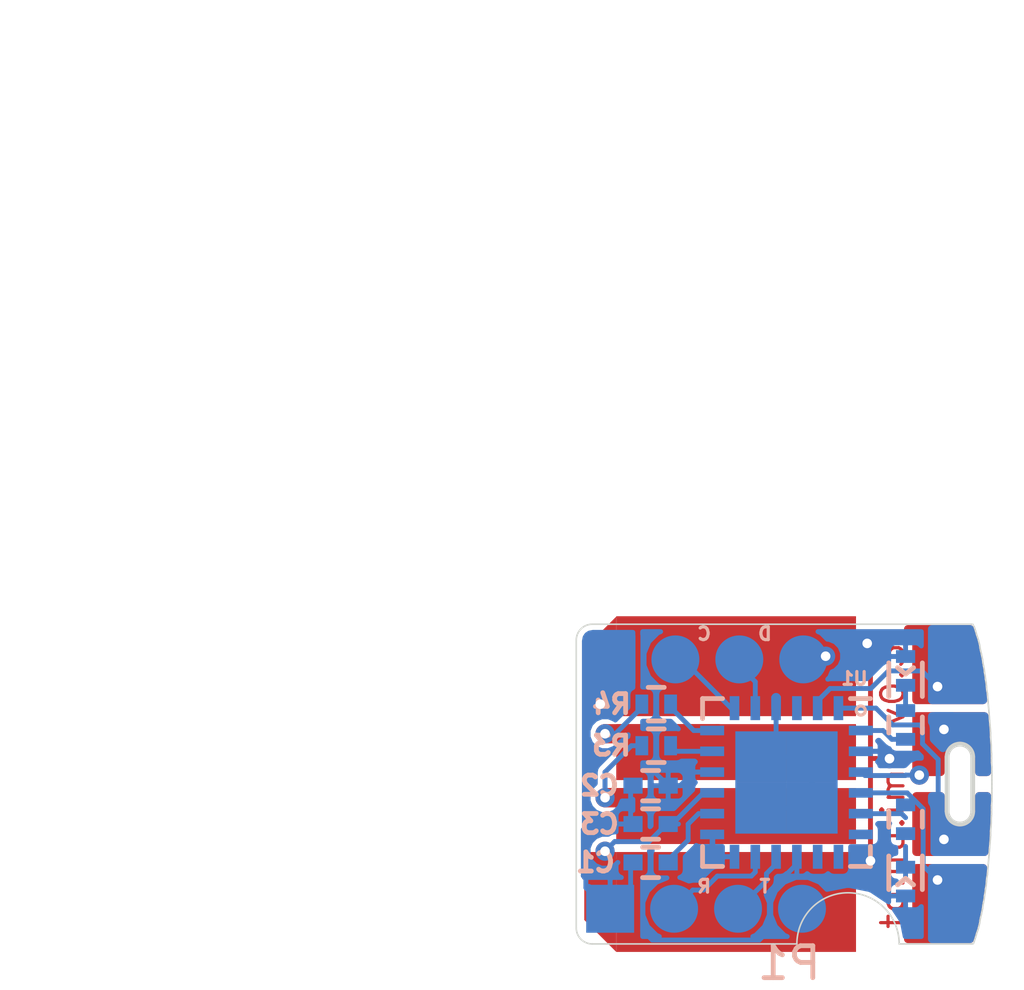
<source format=kicad_pcb>
(kicad_pcb (version 4) (host pcbnew 4.0.5)

  (general
    (links 42)
    (no_connects 9)
    (area 16.974999 18.474999 30.025001 28.525001)
    (thickness 0.6)
    (drawings 146)
    (tracks 174)
    (zones 0)
    (modules 16)
    (nets 24)
  )

  (page User 200 150.012)
  (title_block
    (title "Tomu, I'm")
    (date $Id$)
    (company "Tim 'mithro' Ansell <mithro@mithis.com>")
    (comment 1 "License: CC-BY-SA 4.0 or TAPR")
    (comment 2 http://tomu.im)
    (comment 3 https://github.com/mithro/tomu)
  )

  (layers
    (0 F.Cu signal)
    (31 B.Cu signal)
    (32 B.Adhes user)
    (33 F.Adhes user)
    (34 B.Paste user)
    (35 F.Paste user)
    (36 B.SilkS user)
    (37 F.SilkS user)
    (38 B.Mask user)
    (39 F.Mask user)
    (40 Dwgs.User user hide)
    (41 Cmts.User user hide)
    (42 Eco1.User user)
    (43 Eco2.User user)
    (44 Edge.Cuts user)
    (45 Margin user)
    (46 B.CrtYd user)
    (47 F.CrtYd user)
    (48 B.Fab user hide)
    (49 F.Fab user hide)
  )

  (setup
    (last_trace_width 0.1524)
    (user_trace_width 0.0254)
    (user_trace_width 0.1016)
    (user_trace_width 0.127)
    (user_trace_width 0.2032)
    (user_trace_width 0.254)
    (user_trace_width 0.3048)
    (trace_clearance 0.1524)
    (zone_clearance 0.13)
    (zone_45_only no)
    (trace_min 0.1524)
    (segment_width 0.1)
    (edge_width 0.15)
    (via_size 0.6)
    (via_drill 0.3)
    (via_min_size 0.4)
    (via_min_drill 0.3)
    (uvia_size 0.3)
    (uvia_drill 0.1)
    (uvias_allowed no)
    (uvia_min_size 0.2)
    (uvia_min_drill 0.1)
    (pcb_text_width 0.3)
    (pcb_text_size 1.5 1.5)
    (mod_edge_width 0.15)
    (mod_text_size 1 1)
    (mod_text_width 0.15)
    (pad_size 0.75 0.3)
    (pad_drill 0)
    (pad_to_mask_clearance 0.1)
    (solder_mask_min_width 0.1)
    (aux_axis_origin 0 0)
    (visible_elements 7FFFFDFF)
    (pcbplotparams
      (layerselection 0x010f0_80000001)
      (usegerberextensions true)
      (excludeedgelayer true)
      (linewidth 0.100000)
      (plotframeref false)
      (viasonmask false)
      (mode 1)
      (useauxorigin false)
      (hpglpennumber 1)
      (hpglpenspeed 20)
      (hpglpendiameter 15)
      (hpglpenoverlay 2)
      (psnegative false)
      (psa4output false)
      (plotreference true)
      (plotvalue true)
      (plotinvisibletext false)
      (padsonsilk false)
      (subtractmaskfromsilk false)
      (outputformat 1)
      (mirror false)
      (drillshape 0)
      (scaleselection 1)
      (outputdirectory gerber/))
  )

  (net 0 "")
  (net 1 GND)
  (net 2 +3V3)
  (net 3 /USB_5V)
  (net 4 "Net-(D1-Pad1)")
  (net 5 "Net-(D2-Pad1)")
  (net 6 /DBG_SWDIO)
  (net 7 /DBG_SWCLK)
  (net 8 /USB_D+)
  (net 9 /USB_D-)
  (net 10 /DEC)
  (net 11 /LED1)
  (net 12 /LED0)
  (net 13 /RUSB_D+)
  (net 14 /RUSB_D-)
  (net 15 /CAP0A)
  (net 16 /CAP1A)
  (net 17 /CAP0B)
  (net 18 /CAP1B)
  (net 19 /LEU0_RX)
  (net 20 /LEU0_TX)
  (net 21 "Net-(U1-Pad6)")
  (net 22 "Net-(U1-Pad8)")
  (net 23 "Net-(P2-Pad4)")

  (net_class Default "This is the default net class."
    (clearance 0.1524)
    (trace_width 0.1524)
    (via_dia 0.6)
    (via_drill 0.3)
    (uvia_dia 0.3)
    (uvia_drill 0.1)
    (add_net +3V3)
    (add_net /CAP0A)
    (add_net /CAP0B)
    (add_net /CAP1A)
    (add_net /CAP1B)
    (add_net /DBG_SWCLK)
    (add_net /DBG_SWDIO)
    (add_net /DEC)
    (add_net /LED0)
    (add_net /LED1)
    (add_net /LEU0_RX)
    (add_net /LEU0_TX)
    (add_net /RUSB_D+)
    (add_net /RUSB_D-)
    (add_net /USB_5V)
    (add_net /USB_D+)
    (add_net /USB_D-)
    (add_net GND)
    (add_net "Net-(D1-Pad1)")
    (add_net "Net-(D2-Pad1)")
    (add_net "Net-(P2-Pad4)")
    (add_net "Net-(U1-Pad6)")
    (add_net "Net-(U1-Pad8)")
  )

  (module usb-pcb:SMT-4pin (layer B.Cu) (tedit 5A3C9058) (tstamp 5798C204)
    (at 18.06 27.4 270)
    (path /5A3C7ABB)
    (fp_text reference P1 (at 1.7 -5.6 540) (layer B.SilkS)
      (effects (font (size 1 1) (thickness 0.15)) (justify mirror))
    )
    (fp_text value USART0 (at 0 0.5 270) (layer B.Fab)
      (effects (font (size 1 1) (thickness 0.15)) (justify mirror))
    )
    (pad 1 smd rect (at 0 0 270) (size 1.5 1.5) (layers B.Cu B.Paste B.Mask)
      (net 1 GND))
    (pad 2 smd circle (at 0 -2 270) (size 1.5 1.5) (layers B.Cu B.Paste B.Mask)
      (net 19 /LEU0_RX))
    (pad 3 smd circle (at 0 -4 270) (size 1.5 1.5) (layers B.Cu B.Paste B.Mask)
      (net 20 /LEU0_TX))
    (pad 4 smd circle (at 0 -6 270) (size 1.5 1.5) (layers B.Cu B.Paste B.Mask))
  )

  (module Measurement_Points:Measurement_Point_Round-TH_Small (layer F.Cu) (tedit 586670AF) (tstamp 579CB3F9)
    (at 0 0)
    (descr "Mesurement Point, Square, Trough Hole,  DM 1.5mm, Drill 0.8mm,")
    (tags "Mesurement Point Round Trough Hole 1.5mm Drill 0.8mm")
    (attr virtual)
    (fp_text reference REF** (at 0 -2) (layer F.SilkS) hide
      (effects (font (size 1 1) (thickness 0.15)))
    )
    (fp_text value Measurement_Point_Round-TH_Small (at 0 2) (layer F.Fab) hide
      (effects (font (size 1 1) (thickness 0.15)))
    )
    (fp_circle (center 0 0) (end 1 0) (layer F.CrtYd) (width 0.05))
    (fp_poly (pts (xy 28.5 22.75) (xy 30.25 22.75) (xy 30.25 18.5) (xy 28.5 18.5)
      (xy 28.5 22.75)) (layer B.Mask) (width 0.1))
    (fp_poly (pts (xy 28.5 28.5) (xy 28.5 24) (xy 30.25 24) (xy 30.25 28.5)
      (xy 28.5 28.5)) (layer B.Mask) (width 0.1))
    (fp_poly (pts (xy 27.75 28.5) (xy 27.75 24) (xy 30.25 24) (xy 30.25 28.5)
      (xy 27.75 28.5)) (layer F.Mask) (width 0.1))
    (fp_poly (pts (xy 30.25 22.75) (xy 30.25 18.5) (xy 27.75 18.5) (xy 27.75 22.75)
      (xy 30.25 22.75)) (layer F.Mask) (width 0.1))
  )

  (module Resistors_SMD:R_0402 (layer B.Cu) (tedit 579CBFFC) (tstamp 5798C267)
    (at 27.3 24.6 90)
    (descr "Resistor SMD 0402, reflow soldering, Vishay (see dcrcw.pdf)")
    (tags "resistor 0402")
    (path /5798F38A)
    (attr smd)
    (fp_text reference R2 (at 0 1.8 90) (layer B.SilkS) hide
      (effects (font (size 0.6 0.6) (thickness 0.15)) (justify mirror))
    )
    (fp_text value 75 (at 0 -1.8 90) (layer B.Fab)
      (effects (font (size 1 1) (thickness 0.15)) (justify mirror))
    )
    (fp_line (start -0.95 0.65) (end 0.95 0.65) (layer B.CrtYd) (width 0.05))
    (fp_line (start -0.95 -0.65) (end 0.95 -0.65) (layer B.CrtYd) (width 0.05))
    (fp_line (start -0.95 0.65) (end -0.95 -0.65) (layer B.CrtYd) (width 0.05))
    (fp_line (start 0.95 0.65) (end 0.95 -0.65) (layer B.CrtYd) (width 0.05))
    (fp_line (start 0.25 0.525) (end -0.25 0.525) (layer B.SilkS) (width 0.15))
    (fp_line (start -0.25 -0.525) (end 0.25 -0.525) (layer B.SilkS) (width 0.15))
    (pad 1 smd rect (at -0.45 0 90) (size 0.4 0.6) (layers B.Cu B.Paste B.Mask)
      (net 5 "Net-(D2-Pad1)"))
    (pad 2 smd rect (at 0.45 0 90) (size 0.4 0.6) (layers B.Cu B.Paste B.Mask)
      (net 12 /LED0))
    (model Resistors_SMD.3dshapes/R_0402.wrl
      (at (xyz 0 0 0))
      (scale (xyz 1 1 1))
      (rotate (xyz 0 0 0))
    )
  )

  (module LEDs:LED_0402 (layer B.Cu) (tedit 579CC00C) (tstamp 5798C1BF)
    (at 27.3 19.96 90)
    (descr "LED 0402 smd package")
    (tags "LED led 0402 SMD smd SMT smt smdled SMDLED smtled SMTLED")
    (path /5798F0D5)
    (attr smd)
    (fp_text reference D1 (at 0 1.8 90) (layer B.SilkS) hide
      (effects (font (size 1 1) (thickness 0.15)) (justify mirror))
    )
    (fp_text value LED (at 0 -1.8 90) (layer B.Fab)
      (effects (font (size 1 1) (thickness 0.15)) (justify mirror))
    )
    (fp_line (start -0.1 0) (end 0.1 -0.25) (layer B.SilkS) (width 0.15))
    (fp_line (start 0.1 0.25) (end -0.1 0) (layer B.SilkS) (width 0.15))
    (fp_line (start -0.95 0.65) (end 0.95 0.65) (layer B.CrtYd) (width 0.05))
    (fp_line (start -0.95 -0.65) (end 0.95 -0.65) (layer B.CrtYd) (width 0.05))
    (fp_line (start -0.95 0.65) (end -0.95 -0.65) (layer B.CrtYd) (width 0.05))
    (fp_line (start 0.95 0.65) (end 0.95 -0.65) (layer B.CrtYd) (width 0.05))
    (fp_line (start 0.25 0.525) (end -0.8 0.525) (layer B.SilkS) (width 0.15))
    (fp_line (start 0.25 -0.525) (end -0.8 -0.525) (layer B.SilkS) (width 0.15))
    (pad 1 smd rect (at -0.45 0 90) (size 0.4 0.6) (layers B.Cu B.Paste B.Mask)
      (net 4 "Net-(D1-Pad1)"))
    (pad 2 smd rect (at 0.45 0 90) (size 0.4 0.6) (layers B.Cu B.Paste B.Mask)
      (net 2 +3V3))
    (model LEDs.3dshapes/LED_0402.wrl
      (at (xyz 0 0 0))
      (scale (xyz 1 1 1))
      (rotate (xyz 0 0 180))
    )
  )

  (module Capacitors_SMD:C_0402 (layer B.Cu) (tedit 579C77D3) (tstamp 5798C199)
    (at 19.325 25.95)
    (descr "Capacitor SMD 0402, reflow soldering, AVX (see smccp.pdf)")
    (tags "capacitor 0402")
    (path /5798BCD7)
    (attr smd)
    (fp_text reference C1 (at -1.725 0) (layer B.SilkS)
      (effects (font (size 0.6 0.6) (thickness 0.15)) (justify mirror))
    )
    (fp_text value 1uF (at 0 -1.7) (layer B.Fab)
      (effects (font (size 1 1) (thickness 0.15)) (justify mirror))
    )
    (fp_line (start -1.15 0.6) (end 1.15 0.6) (layer B.CrtYd) (width 0.05))
    (fp_line (start -1.15 -0.6) (end 1.15 -0.6) (layer B.CrtYd) (width 0.05))
    (fp_line (start -1.15 0.6) (end -1.15 -0.6) (layer B.CrtYd) (width 0.05))
    (fp_line (start 1.15 0.6) (end 1.15 -0.6) (layer B.CrtYd) (width 0.05))
    (fp_line (start 0.25 0.475) (end -0.25 0.475) (layer B.SilkS) (width 0.15))
    (fp_line (start -0.25 -0.475) (end 0.25 -0.475) (layer B.SilkS) (width 0.15))
    (pad 1 smd rect (at -0.55 0) (size 0.6 0.5) (layers B.Cu B.Paste B.Mask)
      (net 1 GND))
    (pad 2 smd rect (at 0.55 0) (size 0.6 0.5) (layers B.Cu B.Paste B.Mask)
      (net 10 /DEC))
    (model Capacitors_SMD.3dshapes/C_0402.wrl
      (at (xyz 0 0 0))
      (scale (xyz 1 1 1))
      (rotate (xyz 0 0 0))
    )
  )

  (module Capacitors_SMD:C_0402 (layer B.Cu) (tedit 579C77A2) (tstamp 5798C1A5)
    (at 19.325 23.55 180)
    (descr "Capacitor SMD 0402, reflow soldering, AVX (see smccp.pdf)")
    (tags "capacitor 0402")
    (path /5798B89B)
    (attr smd)
    (fp_text reference C2 (at 1.6 0 180) (layer B.SilkS)
      (effects (font (size 0.6 0.6) (thickness 0.15)) (justify mirror))
    )
    (fp_text value 1uF (at 0 -1.7 180) (layer B.Fab)
      (effects (font (size 1 1) (thickness 0.15)) (justify mirror))
    )
    (fp_line (start -1.15 0.6) (end 1.15 0.6) (layer B.CrtYd) (width 0.05))
    (fp_line (start -1.15 -0.6) (end 1.15 -0.6) (layer B.CrtYd) (width 0.05))
    (fp_line (start -1.15 0.6) (end -1.15 -0.6) (layer B.CrtYd) (width 0.05))
    (fp_line (start 1.15 0.6) (end 1.15 -0.6) (layer B.CrtYd) (width 0.05))
    (fp_line (start 0.25 0.475) (end -0.25 0.475) (layer B.SilkS) (width 0.15))
    (fp_line (start -0.25 -0.475) (end 0.25 -0.475) (layer B.SilkS) (width 0.15))
    (pad 1 smd rect (at -0.55 0 180) (size 0.6 0.5) (layers B.Cu B.Paste B.Mask)
      (net 2 +3V3))
    (pad 2 smd rect (at 0.55 0 180) (size 0.6 0.5) (layers B.Cu B.Paste B.Mask)
      (net 1 GND))
    (model Capacitors_SMD.3dshapes/C_0402.wrl
      (at (xyz 0 0 0))
      (scale (xyz 1 1 1))
      (rotate (xyz 0 0 0))
    )
  )

  (module Capacitors_SMD:C_0402 (layer B.Cu) (tedit 579C77A9) (tstamp 5798C1B1)
    (at 19.325 24.75 180)
    (descr "Capacitor SMD 0402, reflow soldering, AVX (see smccp.pdf)")
    (tags "capacitor 0402")
    (path /5798BA32)
    (attr smd)
    (fp_text reference C3 (at 1.6 0 180) (layer B.SilkS)
      (effects (font (size 0.6 0.6) (thickness 0.15)) (justify mirror))
    )
    (fp_text value 4.7uF (at 0 -1.7 180) (layer B.Fab)
      (effects (font (size 1 1) (thickness 0.15)) (justify mirror))
    )
    (fp_line (start -1.15 0.6) (end 1.15 0.6) (layer B.CrtYd) (width 0.05))
    (fp_line (start -1.15 -0.6) (end 1.15 -0.6) (layer B.CrtYd) (width 0.05))
    (fp_line (start -1.15 0.6) (end -1.15 -0.6) (layer B.CrtYd) (width 0.05))
    (fp_line (start 1.15 0.6) (end 1.15 -0.6) (layer B.CrtYd) (width 0.05))
    (fp_line (start 0.25 0.475) (end -0.25 0.475) (layer B.SilkS) (width 0.15))
    (fp_line (start -0.25 -0.475) (end 0.25 -0.475) (layer B.SilkS) (width 0.15))
    (pad 1 smd rect (at -0.55 0 180) (size 0.6 0.5) (layers B.Cu B.Paste B.Mask)
      (net 3 /USB_5V))
    (pad 2 smd rect (at 0.55 0 180) (size 0.6 0.5) (layers B.Cu B.Paste B.Mask)
      (net 1 GND))
    (model Capacitors_SMD.3dshapes/C_0402.wrl
      (at (xyz 0 0 0))
      (scale (xyz 1 1 1))
      (rotate (xyz 0 0 0))
    )
  )

  (module LEDs:LED_0402 (layer B.Cu) (tedit 5A3C829B) (tstamp 5798C1CD)
    (at 27.3 26.55 270)
    (descr "LED 0402 smd package")
    (tags "LED led 0402 SMD smd SMT smt smdled SMDLED smtled SMTLED")
    (path /5798F173)
    (attr smd)
    (fp_text reference D2 (at -0.2 1.1 360) (layer B.SilkS) hide
      (effects (font (size 0.4 0.4) (thickness 0.1)) (justify mirror))
    )
    (fp_text value LED (at 0 -1.8 270) (layer B.Fab)
      (effects (font (size 1 1) (thickness 0.15)) (justify mirror))
    )
    (fp_line (start -0.1 0) (end 0.1 -0.25) (layer B.SilkS) (width 0.15))
    (fp_line (start 0.1 0.25) (end -0.1 0) (layer B.SilkS) (width 0.15))
    (fp_line (start -0.95 0.65) (end 0.95 0.65) (layer B.CrtYd) (width 0.05))
    (fp_line (start -0.95 -0.65) (end 0.95 -0.65) (layer B.CrtYd) (width 0.05))
    (fp_line (start -0.95 0.65) (end -0.95 -0.65) (layer B.CrtYd) (width 0.05))
    (fp_line (start 0.95 0.65) (end 0.95 -0.65) (layer B.CrtYd) (width 0.05))
    (fp_line (start 0.25 0.525) (end -0.8 0.525) (layer B.SilkS) (width 0.15))
    (fp_line (start 0.25 -0.525) (end -0.8 -0.525) (layer B.SilkS) (width 0.15))
    (pad 1 smd rect (at -0.45 0 270) (size 0.4 0.6) (layers B.Cu B.Paste B.Mask)
      (net 5 "Net-(D2-Pad1)"))
    (pad 2 smd rect (at 0.45 0 270) (size 0.4 0.6) (layers B.Cu B.Paste B.Mask)
      (net 2 +3V3))
    (model LEDs.3dshapes/LED_0402.wrl
      (at (xyz 0 0 0))
      (scale (xyz 1 1 1))
      (rotate (xyz 0 0 180))
    )
  )

  (module Resistors_SMD:R_0402 (layer B.Cu) (tedit 579CC000) (tstamp 5798C25B)
    (at 27.3 21.65 90)
    (descr "Resistor SMD 0402, reflow soldering, Vishay (see dcrcw.pdf)")
    (tags "resistor 0402")
    (path /5798F3FD)
    (attr smd)
    (fp_text reference R1 (at 0 1.8 90) (layer B.SilkS) hide
      (effects (font (size 0.6 0.6) (thickness 0.15)) (justify mirror))
    )
    (fp_text value 75 (at 0 -1.8 90) (layer B.Fab)
      (effects (font (size 1 1) (thickness 0.15)) (justify mirror))
    )
    (fp_line (start -0.95 0.65) (end 0.95 0.65) (layer B.CrtYd) (width 0.05))
    (fp_line (start -0.95 -0.65) (end 0.95 -0.65) (layer B.CrtYd) (width 0.05))
    (fp_line (start -0.95 0.65) (end -0.95 -0.65) (layer B.CrtYd) (width 0.05))
    (fp_line (start 0.95 0.65) (end 0.95 -0.65) (layer B.CrtYd) (width 0.05))
    (fp_line (start 0.25 0.525) (end -0.25 0.525) (layer B.SilkS) (width 0.15))
    (fp_line (start -0.25 -0.525) (end 0.25 -0.525) (layer B.SilkS) (width 0.15))
    (pad 1 smd rect (at -0.45 0 90) (size 0.4 0.6) (layers B.Cu B.Paste B.Mask)
      (net 11 /LED1))
    (pad 2 smd rect (at 0.45 0 90) (size 0.4 0.6) (layers B.Cu B.Paste B.Mask)
      (net 4 "Net-(D1-Pad1)"))
    (model Resistors_SMD.3dshapes/R_0402.wrl
      (at (xyz 0 0 0))
      (scale (xyz 1 1 1))
      (rotate (xyz 0 0 0))
    )
  )

  (module Resistors_SMD:R_0402 (layer B.Cu) (tedit 579C76C1) (tstamp 5798C273)
    (at 19.5 22.3)
    (descr "Resistor SMD 0402, reflow soldering, Vishay (see dcrcw.pdf)")
    (tags "resistor 0402")
    (path /5798C3BC)
    (attr smd)
    (fp_text reference R3 (at -1.4 0) (layer B.SilkS)
      (effects (font (size 0.6 0.6) (thickness 0.15)) (justify mirror))
    )
    (fp_text value 15 (at 0 -1.8) (layer B.Fab)
      (effects (font (size 1 1) (thickness 0.15)) (justify mirror))
    )
    (fp_line (start -0.95 0.65) (end 0.95 0.65) (layer B.CrtYd) (width 0.05))
    (fp_line (start -0.95 -0.65) (end 0.95 -0.65) (layer B.CrtYd) (width 0.05))
    (fp_line (start -0.95 0.65) (end -0.95 -0.65) (layer B.CrtYd) (width 0.05))
    (fp_line (start 0.95 0.65) (end 0.95 -0.65) (layer B.CrtYd) (width 0.05))
    (fp_line (start 0.25 0.525) (end -0.25 0.525) (layer B.SilkS) (width 0.15))
    (fp_line (start -0.25 -0.525) (end 0.25 -0.525) (layer B.SilkS) (width 0.15))
    (pad 1 smd rect (at -0.45 0) (size 0.4 0.6) (layers B.Cu B.Paste B.Mask)
      (net 9 /USB_D-))
    (pad 2 smd rect (at 0.45 0) (size 0.4 0.6) (layers B.Cu B.Paste B.Mask)
      (net 14 /RUSB_D-))
    (model Resistors_SMD.3dshapes/R_0402.wrl
      (at (xyz 0 0 0))
      (scale (xyz 1 1 1))
      (rotate (xyz 0 0 0))
    )
  )

  (module Resistors_SMD:R_0402 (layer B.Cu) (tedit 579C7699) (tstamp 5798C27F)
    (at 19.5 21)
    (descr "Resistor SMD 0402, reflow soldering, Vishay (see dcrcw.pdf)")
    (tags "resistor 0402")
    (path /5798C529)
    (attr smd)
    (fp_text reference R4 (at -1.4 0) (layer B.SilkS)
      (effects (font (size 0.6 0.6) (thickness 0.15)) (justify mirror))
    )
    (fp_text value 15 (at 0 -1.8) (layer B.Fab)
      (effects (font (size 1 1) (thickness 0.15)) (justify mirror))
    )
    (fp_line (start -0.95 0.65) (end 0.95 0.65) (layer B.CrtYd) (width 0.05))
    (fp_line (start -0.95 -0.65) (end 0.95 -0.65) (layer B.CrtYd) (width 0.05))
    (fp_line (start -0.95 0.65) (end -0.95 -0.65) (layer B.CrtYd) (width 0.05))
    (fp_line (start 0.95 0.65) (end 0.95 -0.65) (layer B.CrtYd) (width 0.05))
    (fp_line (start 0.25 0.525) (end -0.25 0.525) (layer B.SilkS) (width 0.15))
    (fp_line (start -0.25 -0.525) (end 0.25 -0.525) (layer B.SilkS) (width 0.15))
    (pad 1 smd rect (at -0.45 0) (size 0.4 0.6) (layers B.Cu B.Paste B.Mask)
      (net 8 /USB_D+))
    (pad 2 smd rect (at 0.45 0) (size 0.4 0.6) (layers B.Cu B.Paste B.Mask)
      (net 13 /RUSB_D+))
    (model Resistors_SMD.3dshapes/R_0402.wrl
      (at (xyz 0 0 0))
      (scale (xyz 1 1 1))
      (rotate (xyz 0 0 0))
    )
  )

  (module usb-pcb:minimal-points (layer B.Cu) (tedit 579CB616) (tstamp 5798C2C0)
    (at 28.5 21 270)
    (descr "Resistor SMD 0402, reflow soldering, Vishay (see dcrcw.pdf)")
    (tags "resistor 0402")
    (path /57990318)
    (attr smd)
    (fp_text reference W1 (at 0 1.8 270) (layer Dwgs.User)
      (effects (font (size 1 1) (thickness 0.15)))
    )
    (fp_text value CAP0 (at 0 -1.8 270) (layer Dwgs.User)
      (effects (font (size 1 1) (thickness 0.15)))
    )
    (pad 1 smd rect (at -0.45 0 270) (size 0.4 0.6) (layers B.Cu)
      (net 17 /CAP0B))
    (pad 2 smd rect (at 0.45 0 270) (size 0.4 0.6) (layers B.Cu)
      (net 15 /CAP0A))
  )

  (module usb-pcb:minimal-points (layer B.Cu) (tedit 579CB616) (tstamp 5798C2D6)
    (at 28.5 25.75 270)
    (descr "Resistor SMD 0402, reflow soldering, Vishay (see dcrcw.pdf)")
    (tags "resistor 0402")
    (path /57990582)
    (attr smd)
    (fp_text reference W2 (at 0 1.8 270) (layer Dwgs.User)
      (effects (font (size 1 1) (thickness 0.15)))
    )
    (fp_text value CAP1 (at 0 -1.8 270) (layer Dwgs.User)
      (effects (font (size 1 1) (thickness 0.15)))
    )
    (pad 1 smd rect (at -0.45 0 270) (size 0.4 0.6) (layers B.Cu)
      (net 18 /CAP1B))
    (pad 2 smd rect (at 0.45 0 270) (size 0.4 0.6) (layers B.Cu)
      (net 16 /CAP1A))
  )

  (module usb-pcb:USB-PCB (layer F.Cu) (tedit 579DB13B) (tstamp 5798C24F)
    (at 17 29)
    (path /5798BECB)
    (fp_text reference P3 (at 2 2.5) (layer Cmts.User)
      (effects (font (size 1 1) (thickness 0.15)))
    )
    (fp_text value USB-PCB (at 3.5 1) (layer F.Fab)
      (effects (font (size 1 1) (thickness 0.15)))
    )
    (fp_text user + (at 9.46 -6.43 90) (layer Dwgs.User)
      (effects (font (size 1 1) (thickness 0.15)))
    )
    (fp_text user 5V (at 9.5 -1.925 90) (layer Dwgs.User)
      (effects (font (size 1 1) (thickness 0.15)))
    )
    (fp_line (start 0 -11) (end 0 -13) (layer Cmts.User) (width 0.05))
    (fp_line (start 0 -12) (end 0.5 -11.5) (layer Cmts.User) (width 0.05))
    (fp_line (start 0 -12) (end 0.5 -12.5) (layer Cmts.User) (width 0.05))
    (fp_line (start 12 -12) (end 0 -12) (layer Cmts.User) (width 0.05))
    (fp_line (start 11.5 -11.5) (end 12 -12) (layer Cmts.User) (width 0.05))
    (fp_line (start 12 -12) (end 11.5 -11.5) (layer Cmts.User) (width 0.05))
    (fp_line (start 11.5 -12.5) (end 12 -12) (layer Cmts.User) (width 0.05))
    (fp_line (start 12 -12) (end 11.5 -12.5) (layer Cmts.User) (width 0.05))
    (fp_line (start 12 -11) (end 12 -13) (layer Cmts.User) (width 0.05))
    (fp_text user 12.00mm (at 6 -12.5) (layer Cmts.User)
      (effects (font (size 1 1) (thickness 0.05)))
    )
    (fp_line (start 12 0) (end 12 -11) (layer Dwgs.User) (width 0.05))
    (fp_line (start 12 -11) (end 0 -11) (layer Dwgs.User) (width 0.05))
    (fp_line (start 12 0) (end 0 0) (layer Dwgs.User) (width 0.05))
    (fp_line (start 0 0) (end 0 -11) (layer Dwgs.User) (width 0.05))
    (fp_line (start 13.5 0) (end 13.5 -11) (layer Cmts.User) (width 0.05))
    (fp_line (start 12 -11) (end 14 -11) (layer Cmts.User) (width 0.05))
    (fp_line (start 13.5 -11) (end 13 -10.5) (layer Cmts.User) (width 0.05))
    (fp_line (start 13.5 -11) (end 14 -10.5) (layer Cmts.User) (width 0.05))
    (fp_line (start 12 0) (end 14 0) (layer Cmts.User) (width 0.05))
    (fp_text user 11.00mm (at 13 -5 90) (layer Cmts.User)
      (effects (font (size 1 1) (thickness 0.05)))
    )
    (fp_line (start 13.5 0) (end 14 -0.5) (layer Cmts.User) (width 0.05))
    (fp_line (start 13 -0.5) (end 13.5 0) (layer Cmts.User) (width 0.05))
    (fp_line (start 13.5 0) (end 13 -0.5) (layer Cmts.User) (width 0.05))
    (fp_line (start 14 -0.5) (end 13.5 0) (layer Cmts.User) (width 0.05))
    (fp_line (start -1 -7.5) (end -0.5 -8) (layer Cmts.User) (width 0.05))
    (fp_line (start -1 -11) (end -1 -7.5) (layer Cmts.User) (width 0.05))
    (fp_line (start -1 -11) (end -0.5 -10.5) (layer Cmts.User) (width 0.05))
    (fp_line (start -1.5 -10.5) (end -1 -11) (layer Cmts.User) (width 0.05))
    (fp_line (start -0.5 -10.5) (end -1 -11) (layer Cmts.User) (width 0.05))
    (fp_line (start -1 -11) (end -1.5 -10.5) (layer Cmts.User) (width 0.05))
    (fp_line (start -1 -7.5) (end -1.5 -8) (layer Cmts.User) (width 0.05))
    (fp_line (start 0 -11) (end -2 -11) (layer Cmts.User) (width 0.05))
    (fp_line (start 0 -7.5) (end -2 -7.5) (layer Cmts.User) (width 0.05))
    (fp_line (start -1 0) (end -0.5 -0.5) (layer Cmts.User) (width 0.05))
    (fp_text user 3.50mm (at -1.5 -2 90) (layer Cmts.User)
      (effects (font (size 0.25 0.14) (thickness 0.035)))
    )
    (fp_line (start -1 -3.5) (end -1 0) (layer Cmts.User) (width 0.05))
    (fp_line (start -1 0) (end -1.5 -0.5) (layer Cmts.User) (width 0.05))
    (fp_line (start -1 -3.5) (end -1.5 -3) (layer Cmts.User) (width 0.05))
    (fp_line (start -1.5 -3) (end -1 -3.5) (layer Cmts.User) (width 0.05))
    (fp_line (start -1 -3.5) (end -0.5 -3) (layer Cmts.User) (width 0.05))
    (fp_line (start -0.5 -3) (end -1 -3.5) (layer Cmts.User) (width 0.05))
    (fp_line (start 0 -3.5) (end -2 -3.5) (layer Cmts.User) (width 0.05))
    (fp_line (start 0 0) (end -2 0) (layer Cmts.User) (width 0.05))
    (fp_line (start -0.5 -5) (end -1 -5.5) (layer Cmts.User) (width 0.05))
    (fp_line (start -1 -5.5) (end -1.5 -5) (layer Cmts.User) (width 0.05))
    (fp_line (start -1.5 -5) (end -1 -5.5) (layer Cmts.User) (width 0.05))
    (fp_line (start -1 -5.5) (end -0.5 -5) (layer Cmts.User) (width 0.05))
    (fp_line (start 0 -5.5) (end -2 -5.5) (layer Cmts.User) (width 0.05))
    (fp_line (start -1 -5.5) (end -1 -3.5) (layer Cmts.User) (width 0.05))
    (fp_line (start -1 -3.5) (end -1.5 -4) (layer Cmts.User) (width 0.05))
    (fp_line (start -1 -3.5) (end -0.5 -4) (layer Cmts.User) (width 0.05))
    (fp_text user 2.00mm (at -1.5 -4.5 90) (layer Cmts.User)
      (effects (font (size 0.25 0.15) (thickness 0.0375)))
    )
    (fp_text user 2.00mm (at -1.5 -6.5 90) (layer Cmts.User)
      (effects (font (size 0.25 0.15) (thickness 0.0375)))
    )
    (fp_line (start -0.5 -7) (end -1 -7.5) (layer Cmts.User) (width 0.05))
    (fp_line (start -1 -7.5) (end -1.5 -7) (layer Cmts.User) (width 0.05))
    (fp_line (start -1 -7.5) (end -0.5 -7) (layer Cmts.User) (width 0.05))
    (fp_line (start -1.5 -7) (end -1 -7.5) (layer Cmts.User) (width 0.05))
    (fp_line (start -1 -7.5) (end -1 -5.5) (layer Cmts.User) (width 0.05))
    (fp_line (start -1 -5.5) (end -1.5 -6) (layer Cmts.User) (width 0.05))
    (fp_line (start -1 -5.5) (end -0.5 -6) (layer Cmts.User) (width 0.05))
    (fp_text user 3.50mm (at -1.5 -9.5 90) (layer Cmts.User)
      (effects (font (size 0.25 0.14) (thickness 0.035)))
    )
    (fp_poly (pts (xy 0 0) (xy 12 0) (xy 12 -0.25) (xy 0.25 -0.25)
      (xy 0.25 -10.75) (xy 12 -10.75) (xy 12 -11) (xy 0 -11)
      (xy 0 0)) (layer Dwgs.User) (width 0.01))
    (fp_poly (pts (xy 1.5 -3.75) (xy 8.5 -3.75) (xy 8.5 -5.25) (xy 1.5 -5.25)
      (xy 1.5 -3.75)) (layer F.Mask) (width 0.01))
    (fp_poly (pts (xy 8.5 -3.25) (xy 1.5 -3.25) (xy 0.75 -2.5) (xy 0.75 -1.5)
      (xy 1.5 -0.75) (xy 8.5 -0.75) (xy 8.5 -3.25)) (layer F.Mask) (width 0.01))
    (fp_poly (pts (xy 1.5 -5.75) (xy 8.5 -5.75) (xy 8.5 -7.25) (xy 1.5 -7.25)
      (xy 1.5 -5.75)) (layer F.Mask) (width 0.01))
    (fp_poly (pts (xy 8.5 -10.25) (xy 8.5 -7.75) (xy 1.5 -7.75) (xy 0.75 -8.5)
      (xy 0.75 -9.5) (xy 1.5 -10.25) (xy 8.5 -10.25)) (layer F.Mask) (width 0.01))
    (fp_text user - (at 9.44 -4.54 90) (layer Dwgs.User)
      (effects (font (size 1 1) (thickness 0.15)))
    )
    (fp_text user GND (at 9.5 -9.125 90) (layer Dwgs.User)
      (effects (font (size 1 1) (thickness 0.15)))
    )
    (pad 1 connect rect (at 5 -1.8125) (size 7.5 3.125) (layers F.Cu)
      (net 3 /USB_5V) (zone_connect 2))
    (pad 4 connect rect (at 5 -9.1875) (size 7.5 3.125) (layers F.Cu)
      (net 1 GND) (zone_connect 2))
    (pad 2 connect rect (at 5 -4.5) (size 7.5 1.75) (layers F.Cu)
      (net 9 /USB_D-) (zone_connect 2))
    (pad 3 connect rect (at 5 -6.5) (size 7.5 1.75) (layers F.Cu)
      (net 8 /USB_D+) (zone_connect 2))
    (pad 1 connect trapezoid (at 0.75 -1.8125 180) (size 1 2.125) (rect_delta 1 0 ) (layers F.Cu)
      (net 3 /USB_5V) (zone_connect 2))
    (pad 4 connect trapezoid (at 0.75 -9.175 180) (size 1 2.125) (rect_delta 1 0 ) (layers F.Cu)
      (net 1 GND) (zone_connect 2))
    (pad 1 connect rect (at 0.75 -2.875 180) (size 1 1) (layers F.Cu)
      (net 3 /USB_5V))
    (pad 4 connect rect (at 0.75 -8.125 180) (size 1 1) (layers F.Cu)
      (net 1 GND))
  )

  (module Housings_DFN_QFN:QFN-24-1EP_5x5mm_Pitch0.65mm (layer B.Cu) (tedit 5A3C81FC) (tstamp 5798C2AA)
    (at 23.575 23.45 180)
    (descr "UH Package; 24-Lead Plastic QFN (5mm x 5mm); (see Linear Technology (UH24) QFN 05-08-1747 Rev A.pdf)")
    (tags "QFN 0.65")
    (path /5798B6D7)
    (attr smd)
    (fp_text reference U1 (at -2.125 3.25 180) (layer B.SilkS)
      (effects (font (size 0.4 0.4) (thickness 0.1)) (justify mirror))
    )
    (fp_text value EFM32HG309 (at 0 -3.7 180) (layer B.Fab)
      (effects (font (size 1 1) (thickness 0.15)) (justify mirror))
    )
    (fp_line (start -1.5 2.5) (end 2.5 2.5) (layer B.Fab) (width 0.15))
    (fp_line (start 2.5 2.5) (end 2.5 -2.5) (layer B.Fab) (width 0.15))
    (fp_line (start 2.5 -2.5) (end -2.5 -2.5) (layer B.Fab) (width 0.15))
    (fp_line (start -2.5 -2.5) (end -2.5 1.5) (layer B.Fab) (width 0.15))
    (fp_line (start -2.5 1.5) (end -1.5 2.5) (layer B.Fab) (width 0.15))
    (fp_line (start -2.95 2.95) (end -2.95 -2.95) (layer B.CrtYd) (width 0.05))
    (fp_line (start 2.95 2.95) (end 2.95 -2.95) (layer B.CrtYd) (width 0.05))
    (fp_line (start -2.95 2.95) (end 2.95 2.95) (layer B.CrtYd) (width 0.05))
    (fp_line (start -2.95 -2.95) (end 2.95 -2.95) (layer B.CrtYd) (width 0.05))
    (fp_line (start 2.625 2.625) (end 2.625 2) (layer B.SilkS) (width 0.15))
    (fp_line (start -2.625 -2.625) (end -2.625 -2) (layer B.SilkS) (width 0.15))
    (fp_line (start 2.625 -2.625) (end 2.625 -2) (layer B.SilkS) (width 0.15))
    (fp_line (start -2.625 2.625) (end -2 2.625) (layer B.SilkS) (width 0.15))
    (fp_line (start -2.625 -2.625) (end -2 -2.625) (layer B.SilkS) (width 0.15))
    (fp_line (start 2.625 -2.625) (end 2 -2.625) (layer B.SilkS) (width 0.15))
    (fp_line (start 2.625 2.625) (end 2 2.625) (layer B.SilkS) (width 0.15))
    (pad 1 smd rect (at -2.325 1.625 180) (size 0.75 0.3) (layers B.Cu B.Paste B.Mask)
      (net 11 /LED1))
    (pad 2 smd rect (at -2.325 0.975 180) (size 0.75 0.3) (layers B.Cu B.Paste B.Mask)
      (net 2 +3V3))
    (pad 3 smd rect (at -2.325 0.325 180) (size 0.75 0.3) (layers B.Cu B.Paste B.Mask)
      (net 15 /CAP0A))
    (pad 4 smd rect (at -2.325 -0.325 180) (size 0.75 0.3) (layers B.Cu B.Paste B.Mask)
      (net 16 /CAP1A))
    (pad 5 smd rect (at -2.325 -0.975 180) (size 0.75 0.3) (layers B.Cu B.Paste B.Mask)
      (net 12 /LED0))
    (pad 6 smd rect (at -2.325 -1.625 180) (size 0.75 0.3) (layers B.Cu B.Paste B.Mask)
      (net 21 "Net-(U1-Pad6)"))
    (pad 7 smd rect (at -1.625 -2.325 90) (size 0.75 0.3) (layers B.Cu B.Paste B.Mask)
      (net 23 "Net-(P2-Pad4)"))
    (pad 8 smd rect (at -0.975 -2.325 90) (size 0.75 0.3) (layers B.Cu B.Paste B.Mask)
      (net 22 "Net-(U1-Pad8)"))
    (pad 9 smd rect (at -0.325 -2.325 90) (size 0.75 0.3) (layers B.Cu B.Paste B.Mask)
      (net 2 +3V3))
    (pad 10 smd rect (at 0.325 -2.325 90) (size 0.75 0.3) (layers B.Cu B.Paste B.Mask)
      (net 20 /LEU0_TX))
    (pad 11 smd rect (at 0.975 -2.325 90) (size 0.75 0.3) (layers B.Cu B.Paste B.Mask)
      (net 19 /LEU0_RX))
    (pad 12 smd rect (at 1.625 -2.325 90) (size 0.75 0.3) (layers B.Cu B.Paste B.Mask)
      (net 2 +3V3))
    (pad 13 smd rect (at 2.325 -1.625 180) (size 0.75 0.3) (layers B.Cu B.Paste B.Mask)
      (net 2 +3V3))
    (pad 14 smd rect (at 2.325 -0.975 180) (size 0.75 0.3) (layers B.Cu B.Paste B.Mask)
      (net 10 /DEC))
    (pad 15 smd rect (at 2.325 -0.325 180) (size 0.75 0.3) (layers B.Cu B.Paste B.Mask)
      (net 3 /USB_5V))
    (pad 16 smd rect (at 2.325 0.325 180) (size 0.75 0.3) (layers B.Cu B.Paste B.Mask)
      (net 2 +3V3))
    (pad 17 smd rect (at 2.325 0.975 180) (size 0.75 0.3) (layers B.Cu B.Paste B.Mask)
      (net 14 /RUSB_D-))
    (pad 18 smd rect (at 2.325 1.625 180) (size 0.75 0.3) (layers B.Cu B.Paste B.Mask)
      (net 13 /RUSB_D+))
    (pad 19 smd rect (at 1.625 2.325 90) (size 0.75 0.3) (layers B.Cu B.Paste B.Mask)
      (net 7 /DBG_SWCLK))
    (pad 20 smd rect (at 0.975 2.325 90) (size 0.75 0.3) (layers B.Cu B.Paste B.Mask)
      (net 6 /DBG_SWDIO))
    (pad 21 smd rect (at 0.325 2.325 90) (size 0.75 0.3) (layers B.Cu B.Paste B.Mask)
      (net 1 GND))
    (pad 22 smd rect (at -0.325 2.325 90) (size 0.75 0.3) (layers B.Cu B.Paste B.Mask)
      (net 2 +3V3))
    (pad 23 smd rect (at -0.975 2.325 90) (size 0.75 0.3) (layers B.Cu B.Paste B.Mask)
      (net 17 /CAP0B))
    (pad 24 smd rect (at -1.625 2.325 90) (size 0.75 0.3) (layers B.Cu B.Paste B.Mask)
      (net 18 /CAP1B))
    (pad 25 smd rect (at 0.8 -0.8 180) (size 1.6 1.6) (layers B.Cu B.Paste B.Mask)
      (net 1 GND) (solder_paste_margin_ratio -0.2))
    (pad 25 smd rect (at 0.8 0.8 180) (size 1.6 1.6) (layers B.Cu B.Paste B.Mask)
      (net 1 GND) (solder_paste_margin_ratio -0.2))
    (pad 25 smd rect (at -0.8 -0.8 180) (size 1.6 1.6) (layers B.Cu B.Paste B.Mask)
      (net 1 GND) (solder_paste_margin_ratio -0.2))
    (pad 25 smd rect (at -0.8 0.8 180) (size 1.6 1.6) (layers B.Cu B.Paste B.Mask)
      (net 1 GND) (solder_paste_margin_ratio -0.2))
    (model ${KISYS3DMOD}/Housings_DFN_QFN.3dshapes/QFN-24-1EP_5x5mm_Pitch0.65mm.wrl
      (at (xyz 0 0 0))
      (scale (xyz 1 1 1))
      (rotate (xyz 0 0 0))
    )
  )

  (module usb-pcb:debug-points (layer B.Cu) (tedit 5A3C7679) (tstamp 5798C23B)
    (at 18.1 19.6 270)
    (descr "Through hole pin header")
    (tags "pin header")
    (path /5798E965)
    (fp_text reference P2 (at 0.1 2.9 270) (layer Dwgs.User)
      (effects (font (size 1 1) (thickness 0.15)))
    )
    (fp_text value DEBUG (at 0 1.6 270) (layer B.Fab)
      (effects (font (size 1 1) (thickness 0.15)) (justify mirror))
    )
    (pad 1 smd rect (at 0 0 270) (size 1.5 1.5) (layers B.Cu B.Paste B.Mask)
      (net 1 GND) (solder_mask_margin -0.25) (zone_connect 2))
    (pad 2 smd circle (at 0 -2 270) (size 1.5 1.5) (layers B.Cu B.Paste B.Mask)
      (net 7 /DBG_SWCLK) (solder_mask_margin -0.25) (zone_connect 2))
    (pad 3 smd circle (at 0 -4 270) (size 1.5 1.5) (layers B.Cu B.Paste B.Mask)
      (net 6 /DBG_SWDIO) (solder_mask_margin -0.25) (zone_connect 2))
    (pad 4 smd circle (at 0 -6 270) (size 1.5 1.5) (layers B.Cu B.Paste B.Mask)
      (net 23 "Net-(P2-Pad4)") (solder_mask_margin -0.25) (zone_connect 2))
  )

  (gr_circle (center 25.9 21.2) (end 25.8 21.1) (layer B.SilkS) (width 0.1))
  (gr_arc (start 25.5 28.5) (end 23.9 28.5) (angle 180) (layer Edge.Cuts) (width 0.05))
  (gr_line (start 27.1 28.5) (end 29.4 28.5) (layer Edge.Cuts) (width 0.05))
  (gr_line (start 29.4 22.65) (end 29.4 24.35) (layer Edge.Cuts) (width 0.15))
  (gr_line (start 28.6 22.65) (end 28.6 24.35) (layer Edge.Cuts) (width 0.15))
  (gr_arc (start 29 24.35) (end 29.4 24.35) (angle 180) (layer Edge.Cuts) (width 0.15))
  (gr_arc (start 29 22.65) (end 28.6 22.65) (angle 180) (layer Edge.Cuts) (width 0.15))
  (gr_text "tomu.im  v0.3" (at 26.9 28.1 90) (layer F.Cu)
    (effects (font (size 0.7 0.84) (thickness 0.1)) (justify left))
  )
  (gr_line (start 21.44 23.99) (end 21.12 23.99) (layer Dwgs.User) (width 0.1016) (tstamp 579C9EFC))
  (gr_line (start 21.44 24.1) (end 21.12 24.1) (layer Dwgs.User) (width 0.1016) (tstamp 579C9EFB))
  (gr_line (start 21.44 24.21) (end 21.12 24.21) (layer Dwgs.User) (width 0.1016) (tstamp 579C9EFA))
  (gr_line (start 21 23.97) (end 20.68 23.97) (layer Dwgs.User) (width 0.127) (tstamp 579C9E93))
  (gr_line (start 21 24.1) (end 20.68 24.1) (layer Dwgs.User) (width 0.127) (tstamp 579C9E92))
  (gr_line (start 21 24.23) (end 20.68 24.23) (layer Dwgs.User) (width 0.127) (tstamp 579C9E91))
  (gr_line (start 21.25 23.45) (end 21.49 23.45) (layer Dwgs.User) (width 0.127) (tstamp 579C9E37))
  (gr_line (start 21.12 23.45) (end 20.8 23.45) (layer Dwgs.User) (width 0.1016) (tstamp 579C9DF4))
  (gr_line (start 21.8 22.36) (end 21.8 22.04) (layer Dwgs.User) (width 0.1016) (tstamp 579C9D3A))
  (gr_line (start 21.69 22.67) (end 21.69 22.35) (layer Dwgs.User) (width 0.127) (tstamp 579C9D34))
  (gr_line (start 21.91 22.67) (end 21.91 22.35) (layer Dwgs.User) (width 0.127) (tstamp 579C9D2C))
  (gr_line (start 21.92 23.2) (end 21.92 22.88) (layer Dwgs.User) (width 0.1016) (tstamp 579C9B17))
  (gr_line (start 21.8 23.19) (end 21.8 22.87) (layer Dwgs.User) (width 0.127) (tstamp 579C9B16))
  (gr_line (start 21.68 23.2) (end 21.68 22.88) (layer Dwgs.User) (width 0.1016) (tstamp 579C9B15))
  (gr_line (start 21.92 23.77) (end 21.92 23.45) (layer Dwgs.User) (width 0.1016) (tstamp 579C9A65))
  (gr_line (start 21.81 23.77) (end 21.81 23.45) (layer Dwgs.User) (width 0.1016) (tstamp 579C9A64))
  (gr_line (start 21.7 23.77) (end 21.7 23.45) (layer Dwgs.User) (width 0.1016) (tstamp 579C9A63))
  (gr_line (start 21.78 24.26) (end 21.78 23.94) (layer Dwgs.User) (width 0.127) (tstamp 579C9747))
  (gr_line (start 21.65 24.26) (end 21.65 23.94) (layer Dwgs.User) (width 0.127) (tstamp 579C9733))
  (gr_line (start 21.91 24.26) (end 21.91 23.94) (layer Dwgs.User) (width 0.127))
  (gr_text D (at 22.9 18.8) (layer B.SilkS) (tstamp 579C7F9B)
    (effects (font (size 0.4 0.4) (thickness 0.1)) (justify mirror))
  )
  (gr_text C (at 21 18.8) (layer B.SilkS) (tstamp 579C7F8C)
    (effects (font (size 0.4 0.4) (thickness 0.1)) (justify mirror))
  )
  (gr_text T (at 22.9 26.7) (layer B.SilkS) (tstamp 579C7F24)
    (effects (font (size 0.4 0.4) (thickness 0.1)) (justify mirror))
  )
  (gr_text R (at 21 26.7) (layer B.SilkS)
    (effects (font (size 0.4 0.4) (thickness 0.1)) (justify mirror))
  )
  (gr_arc (start 17.5 19) (end 17 19) (angle 90) (layer Edge.Cuts) (width 0.05) (tstamp 579B7A2A))
  (gr_arc (start 17.5 28) (end 17.5 28.5) (angle 90) (layer Edge.Cuts) (width 0.05))
  (gr_line (start 17 19) (end 17 28) (layer Edge.Cuts) (width 0.05))
  (gr_line (start 29.4 18.5) (end 17.5 18.5) (layer Edge.Cuts) (width 0.05))
  (gr_line (start 17.5 28.5) (end 23.9 28.5) (layer Edge.Cuts) (width 0.05))
  (gr_arc (start 43.5 23.5) (end 43.5 18) (angle 180) (layer Dwgs.User) (width 0.1))
  (gr_text "UFQFPN32\n - STM32F042x4 \n - STM32L442KC\n\n24-QFN\n- Silicon Labs \n  - EFM32HG308\n  - EFM32HG350\n\n- NXP - MKL27Z32Vxx4" (at 110.75 32.375) (layer Dwgs.User)
    (effects (font (size 1.5 1.5) (thickness 0.3)) (justify left))
  )
  (gr_line (start 55.45 24) (end 55.45 25.5) (layer Dwgs.User) (width 0.1) (tstamp 579848B2))
  (gr_line (start 55.45 25.5) (end 52.45 25.5) (layer Dwgs.User) (width 0.1) (tstamp 579848B1))
  (gr_line (start 52.45 25.5) (end 52.45 24) (layer Dwgs.User) (width 0.1) (tstamp 579848B0))
  (gr_line (start 52.45 24) (end 55.45 24) (layer Dwgs.User) (width 0.1) (tstamp 579848AF))
  (gr_line (start 55.45 26) (end 55.45 28) (layer Dwgs.User) (width 0.1) (tstamp 57984879))
  (gr_line (start 55.45 28) (end 52.45 28) (layer Dwgs.User) (width 0.1) (tstamp 57984878))
  (gr_line (start 52.45 28) (end 52.45 26) (layer Dwgs.User) (width 0.1) (tstamp 57984877))
  (gr_line (start 52.45 26) (end 55.45 26) (layer Dwgs.User) (width 0.1) (tstamp 57984876))
  (gr_line (start 18 28.025) (end 29 28.025) (layer Dwgs.User) (width 0.1))
  (gr_line (start 18 19.025) (end 18 28.025) (layer Dwgs.User) (width 0.1))
  (gr_line (start 29 19.025) (end 18 19.025) (layer Dwgs.User) (width 0.1))
  (gr_line (start 43.5 18) (end 43.5 29) (layer Dwgs.User) (width 0.1))
  (gr_line (start 17 29) (end 29 29) (layer Dwgs.User) (width 0.0254))
  (gr_line (start 17 18) (end 17 29) (layer Dwgs.User) (width 0.0254))
  (gr_line (start 30 23.5) (end 30 23.37) (layer Edge.Cuts) (width 0.05))
  (gr_line (start 30 23.37) (end 30 23.23) (layer Edge.Cuts) (width 0.05))
  (gr_line (start 30 23.23) (end 30 23.1) (layer Edge.Cuts) (width 0.05))
  (gr_line (start 30 23.1) (end 30 22.96) (layer Edge.Cuts) (width 0.05))
  (gr_line (start 30 22.96) (end 29.99 22.83) (layer Edge.Cuts) (width 0.05))
  (gr_line (start 29.99 22.83) (end 29.99 22.69) (layer Edge.Cuts) (width 0.05))
  (gr_line (start 29.99 22.69) (end 29.99 22.56) (layer Edge.Cuts) (width 0.05))
  (gr_line (start 29.99 22.56) (end 29.98 22.43) (layer Edge.Cuts) (width 0.05))
  (gr_line (start 29.98 22.43) (end 29.98 22.29) (layer Edge.Cuts) (width 0.05))
  (gr_line (start 29.98 22.29) (end 29.97 22.16) (layer Edge.Cuts) (width 0.05))
  (gr_line (start 29.97 22.16) (end 29.96 22.03) (layer Edge.Cuts) (width 0.05))
  (gr_line (start 29.96 22.03) (end 29.96 21.9) (layer Edge.Cuts) (width 0.05))
  (gr_line (start 29.96 21.9) (end 29.95 21.77) (layer Edge.Cuts) (width 0.05))
  (gr_line (start 29.95 21.77) (end 29.94 21.65) (layer Edge.Cuts) (width 0.05))
  (gr_line (start 29.94 21.65) (end 29.93 21.52) (layer Edge.Cuts) (width 0.05))
  (gr_line (start 29.93 21.52) (end 29.92 21.4) (layer Edge.Cuts) (width 0.05))
  (gr_line (start 29.92 21.4) (end 29.91 21.27) (layer Edge.Cuts) (width 0.05))
  (gr_line (start 29.91 21.27) (end 29.9 21.15) (layer Edge.Cuts) (width 0.05))
  (gr_line (start 29.9 21.15) (end 29.89 21.03) (layer Edge.Cuts) (width 0.05))
  (gr_line (start 29.89 21.03) (end 29.88 20.91) (layer Edge.Cuts) (width 0.05))
  (gr_line (start 29.88 20.91) (end 29.87 20.79) (layer Edge.Cuts) (width 0.05))
  (gr_line (start 29.87 20.79) (end 29.86 20.67) (layer Edge.Cuts) (width 0.05))
  (gr_line (start 29.86 20.67) (end 29.84 20.56) (layer Edge.Cuts) (width 0.05))
  (gr_line (start 29.84 20.56) (end 29.83 20.44) (layer Edge.Cuts) (width 0.05))
  (gr_line (start 29.83 20.44) (end 29.82 20.33) (layer Edge.Cuts) (width 0.05))
  (gr_line (start 29.82 20.33) (end 29.8 20.22) (layer Edge.Cuts) (width 0.05))
  (gr_line (start 29.8 20.22) (end 29.79 20.12) (layer Edge.Cuts) (width 0.05))
  (gr_line (start 29.79 20.12) (end 29.77 20.01) (layer Edge.Cuts) (width 0.05))
  (gr_line (start 29.77 20.01) (end 29.76 19.91) (layer Edge.Cuts) (width 0.05))
  (gr_line (start 29.76 19.91) (end 29.74 19.81) (layer Edge.Cuts) (width 0.05))
  (gr_line (start 29.74 19.81) (end 29.72 19.71) (layer Edge.Cuts) (width 0.05))
  (gr_line (start 29.72 19.71) (end 29.71 19.61) (layer Edge.Cuts) (width 0.05))
  (gr_line (start 29.71 19.61) (end 29.69 19.52) (layer Edge.Cuts) (width 0.05))
  (gr_line (start 29.69 19.52) (end 29.67 19.42) (layer Edge.Cuts) (width 0.05))
  (gr_line (start 29.67 19.42) (end 29.65 19.34) (layer Edge.Cuts) (width 0.05))
  (gr_line (start 29.65 19.34) (end 29.63 19.25) (layer Edge.Cuts) (width 0.05))
  (gr_line (start 29.63 19.25) (end 29.62 19.16) (layer Edge.Cuts) (width 0.05))
  (gr_line (start 29.62 19.16) (end 29.6 19.08) (layer Edge.Cuts) (width 0.05))
  (gr_line (start 29.6 19.08) (end 29.58 19) (layer Edge.Cuts) (width 0.05))
  (gr_line (start 29.58 19) (end 29.56 18.93) (layer Edge.Cuts) (width 0.05))
  (gr_line (start 29.56 18.93) (end 29.53 18.85) (layer Edge.Cuts) (width 0.05))
  (gr_line (start 29.53 18.85) (end 29.51 18.78) (layer Edge.Cuts) (width 0.05))
  (gr_line (start 29.51 18.78) (end 29.49 18.71) (layer Edge.Cuts) (width 0.05))
  (gr_line (start 29.49 18.71) (end 29.47 18.65) (layer Edge.Cuts) (width 0.05))
  (gr_line (start 29.47 18.65) (end 29.45 18.59) (layer Edge.Cuts) (width 0.05))
  (gr_line (start 29.45 18.59) (end 29.4 18.5) (layer Edge.Cuts) (width 0.05))
  (gr_line (start 29.4 28.5) (end 29.43 28.47) (layer Edge.Cuts) (width 0.05))
  (gr_line (start 29.43 28.47) (end 29.45 28.41) (layer Edge.Cuts) (width 0.05))
  (gr_line (start 29.45 28.41) (end 29.47 28.35) (layer Edge.Cuts) (width 0.05))
  (gr_line (start 29.47 28.35) (end 29.49 28.29) (layer Edge.Cuts) (width 0.05))
  (gr_line (start 29.49 28.29) (end 29.51 28.22) (layer Edge.Cuts) (width 0.05))
  (gr_line (start 29.51 28.22) (end 29.53 28.15) (layer Edge.Cuts) (width 0.05))
  (gr_line (start 29.53 28.15) (end 29.56 28.07) (layer Edge.Cuts) (width 0.05))
  (gr_line (start 29.56 28.07) (end 29.58 28) (layer Edge.Cuts) (width 0.05))
  (gr_line (start 29.58 28) (end 29.6 27.92) (layer Edge.Cuts) (width 0.05))
  (gr_line (start 29.6 27.92) (end 29.62 27.84) (layer Edge.Cuts) (width 0.05))
  (gr_line (start 29.62 27.84) (end 29.63 27.75) (layer Edge.Cuts) (width 0.05))
  (gr_line (start 29.63 27.75) (end 29.65 27.66) (layer Edge.Cuts) (width 0.05))
  (gr_line (start 29.65 27.66) (end 29.67 27.58) (layer Edge.Cuts) (width 0.05))
  (gr_line (start 29.67 27.58) (end 29.69 27.48) (layer Edge.Cuts) (width 0.05))
  (gr_line (start 29.69 27.48) (end 29.71 27.39) (layer Edge.Cuts) (width 0.05))
  (gr_line (start 29.71 27.39) (end 29.72 27.29) (layer Edge.Cuts) (width 0.05))
  (gr_line (start 29.72 27.29) (end 29.74 27.19) (layer Edge.Cuts) (width 0.05))
  (gr_line (start 29.74 27.19) (end 29.76 27.09) (layer Edge.Cuts) (width 0.05))
  (gr_line (start 29.76 27.09) (end 29.77 26.99) (layer Edge.Cuts) (width 0.05))
  (gr_line (start 29.77 26.99) (end 29.79 26.88) (layer Edge.Cuts) (width 0.05))
  (gr_line (start 29.79 26.88) (end 29.8 26.78) (layer Edge.Cuts) (width 0.05))
  (gr_line (start 29.8 26.78) (end 29.82 26.67) (layer Edge.Cuts) (width 0.05))
  (gr_line (start 29.82 26.67) (end 29.83 26.56) (layer Edge.Cuts) (width 0.05))
  (gr_line (start 29.83 26.56) (end 29.84 26.44) (layer Edge.Cuts) (width 0.05))
  (gr_line (start 29.84 26.44) (end 29.86 26.33) (layer Edge.Cuts) (width 0.05))
  (gr_line (start 29.86 26.33) (end 29.87 26.21) (layer Edge.Cuts) (width 0.05))
  (gr_line (start 29.87 26.21) (end 29.88 26.09) (layer Edge.Cuts) (width 0.05))
  (gr_line (start 29.88 26.09) (end 29.89 25.97) (layer Edge.Cuts) (width 0.05))
  (gr_line (start 29.89 25.97) (end 29.9 25.85) (layer Edge.Cuts) (width 0.05))
  (gr_line (start 29.9 25.85) (end 29.91 25.73) (layer Edge.Cuts) (width 0.05))
  (gr_line (start 29.91 25.73) (end 29.92 25.6) (layer Edge.Cuts) (width 0.05))
  (gr_line (start 29.92 25.6) (end 29.93 25.48) (layer Edge.Cuts) (width 0.05))
  (gr_line (start 29.93 25.48) (end 29.94 25.35) (layer Edge.Cuts) (width 0.05))
  (gr_line (start 29.94 25.35) (end 29.95 25.23) (layer Edge.Cuts) (width 0.05))
  (gr_line (start 29.95 25.23) (end 29.96 25.1) (layer Edge.Cuts) (width 0.05))
  (gr_line (start 29.96 25.1) (end 29.96 24.97) (layer Edge.Cuts) (width 0.05))
  (gr_line (start 29.96 24.97) (end 29.97 24.84) (layer Edge.Cuts) (width 0.05))
  (gr_line (start 29.97 24.84) (end 29.98 24.71) (layer Edge.Cuts) (width 0.05))
  (gr_line (start 29.98 24.71) (end 29.98 24.57) (layer Edge.Cuts) (width 0.05))
  (gr_line (start 29.98 24.57) (end 29.99 24.44) (layer Edge.Cuts) (width 0.05))
  (gr_line (start 29.99 24.44) (end 29.99 24.31) (layer Edge.Cuts) (width 0.05))
  (gr_line (start 29.99 24.31) (end 29.99 24.17) (layer Edge.Cuts) (width 0.05))
  (gr_line (start 29.99 24.17) (end 30 24.04) (layer Edge.Cuts) (width 0.05))
  (gr_line (start 30 24.04) (end 30 23.9) (layer Edge.Cuts) (width 0.05))
  (gr_line (start 30 23.9) (end 30 23.77) (layer Edge.Cuts) (width 0.05))
  (gr_line (start 30 23.77) (end 30 23.63) (layer Edge.Cuts) (width 0.05))
  (gr_line (start 30 23.63) (end 30 23.5) (layer Edge.Cuts) (width 0.05))

  (segment (start 27.3 25.45) (end 27.3 26.45) (width 0.1524) (layer B.Cu) (net 0))
  (segment (start 17.22 26.37) (end 17.3 26.45) (width 0.1524) (layer B.Cu) (net 1))
  (segment (start 17.3 26.45) (end 17.3 26.74) (width 0.1524) (layer B.Cu) (net 1))
  (segment (start 17.3 26.74) (end 18.06 27.5) (width 0.1524) (layer B.Cu) (net 1))
  (segment (start 18.06 27.5) (end 18.06 27.36) (width 0.1524) (layer B.Cu) (net 1))
  (segment (start 18.06 27.36) (end 17.4 26.7) (width 0.1524) (layer B.Cu) (net 1))
  (segment (start 23.25 21.125) (end 23.25 22.175) (width 0.1524) (layer B.Cu) (net 1))
  (segment (start 23.25 22.175) (end 22.775 22.65) (width 0.1524) (layer B.Cu) (net 1))
  (segment (start 24.375 24.25) (end 22.775 24.25) (width 0.1524) (layer B.Cu) (net 1))
  (segment (start 22.775 22.65) (end 24.375 22.65) (width 0.1524) (layer B.Cu) (net 1))
  (segment (start 23.25 20.8) (end 23.25 21.125) (width 0.3) (layer B.Cu) (net 1))
  (segment (start 22 19.8125) (end 23.4475 19.8125) (width 0.6) (layer F.Cu) (net 1))
  (segment (start 23.4475 19.8125) (end 24.49 18.77) (width 0.6) (layer F.Cu) (net 1))
  (segment (start 17.75 19.825) (end 21.9875 19.825) (width 0.6) (layer F.Cu) (net 1))
  (segment (start 21.9875 19.825) (end 22 19.8125) (width 0.6) (layer F.Cu) (net 1))
  (segment (start 17.75001 21) (end 17.75001 19.82501) (width 0.6) (layer F.Cu) (net 1))
  (segment (start 17.75001 19.82501) (end 17.75 19.825) (width 0.6) (layer F.Cu) (net 1))
  (segment (start 18.7 23.55) (end 18.7 24.75) (width 0.1524) (layer B.Cu) (net 1))
  (segment (start 18.7 24.75) (end 17.4 24.75) (width 0.1524) (layer B.Cu) (net 1))
  (segment (start 17.4 24.75) (end 17.22 24.93) (width 0.1524) (layer B.Cu) (net 1))
  (segment (start 17.22 24.93) (end 17.22 26.37) (width 0.1524) (layer B.Cu) (net 1))
  (segment (start 17.26 24.9) (end 17.3 24.86) (width 0.1524) (layer B.Cu) (net 1))
  (segment (start 17.3 24.86) (end 17.3 21.45001) (width 0.1524) (layer B.Cu) (net 1))
  (segment (start 17.3 21.45001) (end 17.450011 21.299999) (width 0.1524) (layer B.Cu) (net 1))
  (segment (start 17.450011 21.299999) (end 17.75001 21) (width 0.1524) (layer B.Cu) (net 1))
  (segment (start 24.375 22.65) (end 24.375 24.25) (width 0.1524) (layer B.Cu) (net 1))
  (segment (start 23.23 22.195) (end 22.775 22.65) (width 0.1524) (layer B.Cu) (net 1))
  (via (at 24.8 19.5) (size 0.6) (drill 0.3) (layers F.Cu B.Cu) (net 1))
  (segment (start 17.7625 19.8125) (end 17.75 19.825) (width 0.1524) (layer F.Cu) (net 1))
  (via (at 17.75001 21) (size 0.6) (drill 0.3) (layers F.Cu B.Cu) (net 1))
  (segment (start 18.7 25.95) (end 18.7 27.16) (width 0.1524) (layer B.Cu) (net 1))
  (segment (start 18.7 27.16) (end 17.96 27.9) (width 0.1524) (layer B.Cu) (net 1))
  (segment (start 19.081399 26.618601) (end 19.2 26.5) (width 0.1524) (layer B.Cu) (net 2))
  (segment (start 19.378601 28.378601) (end 19.081399 28.081399) (width 0.1524) (layer B.Cu) (net 2))
  (segment (start 19.081399 28.081399) (end 19.081399 26.618601) (width 0.1524) (layer B.Cu) (net 2))
  (segment (start 21.078601 28.378601) (end 19.378601 28.378601) (width 0.1524) (layer B.Cu) (net 2))
  (segment (start 23.081399 28.018601) (end 22.721399 28.378601) (width 0.1524) (layer B.Cu) (net 2))
  (segment (start 22.721399 28.378601) (end 21.078601 28.378601) (width 0.1524) (layer B.Cu) (net 2))
  (segment (start 23.9 26) (end 23.081399 26.818601) (width 0.1524) (layer B.Cu) (net 2))
  (segment (start 23.9 25.775) (end 23.9 26) (width 0.1524) (layer B.Cu) (net 2))
  (segment (start 23.081399 26.818601) (end 23.081399 28.018601) (width 0.1524) (layer B.Cu) (net 2))
  (segment (start 26.1 19.1) (end 26.1 19.524264) (width 0.15) (layer F.Cu) (net 2))
  (segment (start 26.1 19.524264) (end 26.202402 19.626666) (width 0.15) (layer F.Cu) (net 2))
  (segment (start 26.202402 19.626666) (end 26.202402 20.802402) (width 0.15) (layer F.Cu) (net 2))
  (segment (start 19.875 23.55) (end 19.51 23.185) (width 0.1524) (layer B.Cu) (net 2))
  (segment (start 21.27 26.09) (end 21.27 25.77) (width 0.1524) (layer B.Cu) (net 2))
  (segment (start 20.85 26.51) (end 21.27 26.09) (width 0.1524) (layer B.Cu) (net 2))
  (segment (start 23.9 21.125) (end 23.9 20.85) (width 0.1524) (layer B.Cu) (net 2))
  (segment (start 21.27 25.77) (end 21.27 25.095) (width 0.1524) (layer B.Cu) (net 2))
  (segment (start 21.27 25.095) (end 21.25 25.075) (width 0.1524) (layer B.Cu) (net 2))
  (segment (start 21.945 25.77) (end 21.95 25.775) (width 0.1524) (layer B.Cu) (net 2))
  (segment (start 21.27 25.77) (end 21.945 25.77) (width 0.1524) (layer B.Cu) (net 2))
  (segment (start 20.675 23.125) (end 21.25 23.125) (width 0.1524) (layer B.Cu) (net 2))
  (segment (start 25.9 22.475) (end 26.525 22.475) (width 0.1524) (layer B.Cu) (net 2))
  (segment (start 19.8 23.55) (end 20.25 23.55) (width 0.1524) (layer B.Cu) (net 2))
  (segment (start 20.25 23.55) (end 20.675 23.125) (width 0.1524) (layer B.Cu) (net 2))
  (segment (start 23.9 25.8984) (end 23.9 25.775) (width 0.1524) (layer B.Cu) (net 2))
  (segment (start 26.525 22.475) (end 26.74 22.69) (width 0.1524) (layer B.Cu) (net 2))
  (via (at 26.79768 22.704641) (size 0.6) (drill 0.3) (layers F.Cu B.Cu) (net 2))
  (segment (start 26.74 22.69) (end 26.783039 22.69) (width 0.1524) (layer B.Cu) (net 2))
  (segment (start 26.783039 22.69) (end 26.79768 22.704641) (width 0.1524) (layer B.Cu) (net 2))
  (segment (start 26.79768 22.704641) (end 26.373416 22.704641) (width 0.1524) (layer F.Cu) (net 2))
  (via (at 26.1 19.1) (size 0.6) (drill 0.3) (layers F.Cu B.Cu) (net 2))
  (segment (start 26.202402 22.7) (end 26.202402 20.802402) (width 0.1524) (layer F.Cu) (net 2))
  (segment (start 26.202402 20.802402) (end 26.2 20.8) (width 0.1524) (layer F.Cu) (net 2))
  (segment (start 26.202402 25.9) (end 26.202402 22.7) (width 0.1524) (layer F.Cu) (net 2))
  (segment (start 26.368775 22.7) (end 26.202402 22.7) (width 0.1524) (layer F.Cu) (net 2))
  (segment (start 26.373416 22.704641) (end 26.368775 22.7) (width 0.1524) (layer F.Cu) (net 2))
  (via (at 26.202402 25.9) (size 0.6) (drill 0.3) (layers F.Cu B.Cu) (net 2))
  (segment (start 26.202402 25.9) (end 25.68 26.422402) (width 0.1524) (layer B.Cu) (net 2))
  (segment (start 17.9 25.6) (end 19.4875 27.1875) (width 0.1524) (layer F.Cu) (net 3))
  (segment (start 19.4875 27.1875) (end 22 27.1875) (width 0.1524) (layer F.Cu) (net 3))
  (segment (start 18.199999 25.300001) (end 19.274999 25.300001) (width 0.1524) (layer B.Cu) (net 3))
  (segment (start 19.274999 25.300001) (end 19.825 24.75) (width 0.1524) (layer B.Cu) (net 3))
  (segment (start 19.825 24.75) (end 19.875 24.75) (width 0.1524) (layer B.Cu) (net 3))
  (segment (start 21.25 23.775) (end 20.975 23.775) (width 0.1524) (layer B.Cu) (net 3))
  (segment (start 20.975 23.775) (end 20 24.75) (width 0.1524) (layer B.Cu) (net 3))
  (segment (start 18.199999 25.300001) (end 17.9 25.6) (width 0.1524) (layer B.Cu) (net 3))
  (segment (start 20 24.75) (end 19.75 24.75) (width 0.1524) (layer B.Cu) (net 3))
  (segment (start 18.350001 25.300001) (end 18.199999 25.300001) (width 0.1524) (layer B.Cu) (net 3))
  (segment (start 19.875 24.75) (end 20.19519 24.75) (width 0.1524) (layer B.Cu) (net 3))
  (via (at 17.9 25.6) (size 0.6) (drill 0.3) (layers F.Cu B.Cu) (net 3))
  (segment (start 19.9 24.9) (end 19.85 24.9) (width 0.1524) (layer B.Cu) (net 3))
  (segment (start 27.3 20.41) (end 27.3 21.2) (width 0.1524) (layer B.Cu) (net 4))
  (segment (start 22.07 19.77) (end 22.6 20.3) (width 0.1524) (layer B.Cu) (net 6))
  (segment (start 22.6 20.3) (end 22.6 21.125) (width 0.1524) (layer B.Cu) (net 6))
  (segment (start 20.07 19.35) (end 21.845 21.125) (width 0.1524) (layer B.Cu) (net 7))
  (segment (start 21.845 21.125) (end 21.95 21.125) (width 0.1524) (layer B.Cu) (net 7))
  (segment (start 17.9 21.925) (end 21.425 21.925) (width 0.6) (layer F.Cu) (net 8))
  (segment (start 21.425 21.925) (end 22 22.5) (width 0.6) (layer F.Cu) (net 8))
  (segment (start 18.225 21.925) (end 17.9 21.925) (width 0.1524) (layer B.Cu) (net 8))
  (segment (start 19.05 21.1) (end 18.225 21.925) (width 0.1524) (layer B.Cu) (net 8))
  (segment (start 19.05 21) (end 19.05 21.1) (width 0.1524) (layer B.Cu) (net 8))
  (via (at 17.9 21.925) (size 0.6) (drill 0.3) (layers F.Cu B.Cu) (net 8))
  (segment (start 17.9 23.925) (end 21.425 23.925) (width 0.6) (layer F.Cu) (net 9))
  (segment (start 21.425 23.925) (end 22 24.5) (width 0.6) (layer F.Cu) (net 9))
  (segment (start 19.05 22.3) (end 18.725 22.3) (width 0.1524) (layer B.Cu) (net 9))
  (segment (start 18.725 22.3) (end 17.9 23.125) (width 0.1524) (layer B.Cu) (net 9))
  (segment (start 17.9 23.125) (end 17.9 23.925) (width 0.1524) (layer B.Cu) (net 9))
  (segment (start 18.324264 23.925) (end 17.9 23.925) (width 0.6) (layer F.Cu) (net 9))
  (segment (start 19.10538 24) (end 19.03038 23.925) (width 0.6) (layer F.Cu) (net 9))
  (via (at 17.9 23.925) (size 0.6) (drill 0.3) (layers F.Cu B.Cu) (net 9))
  (segment (start 19.03038 23.925) (end 18.324264 23.925) (width 0.6) (layer F.Cu) (net 9))
  (segment (start 17.9 23.123) (end 17.9 23.925) (width 0.1524) (layer B.Cu) (net 9))
  (segment (start 21.25 24.425) (end 20.825 24.425) (width 0.1524) (layer B.Cu) (net 10))
  (segment (start 20.825 24.425) (end 20.5 24.75) (width 0.1524) (layer B.Cu) (net 10))
  (segment (start 20.5 24.75) (end 20.5 25.25) (width 0.1524) (layer B.Cu) (net 10))
  (segment (start 20.5 25.25) (end 19.8 25.95) (width 0.1524) (layer B.Cu) (net 10))
  (segment (start 26.87 22.1) (end 26.595 21.825) (width 0.1524) (layer B.Cu) (net 11))
  (segment (start 26.595 21.825) (end 25.9 21.825) (width 0.1524) (layer B.Cu) (net 11))
  (segment (start 27.3 22.1) (end 26.87 22.1) (width 0.1524) (layer B.Cu) (net 11))
  (segment (start 26.125 21.825) (end 25.9 21.825) (width 0.1524) (layer B.Cu) (net 11))
  (segment (start 25.9 24.425) (end 27.175 24.425) (width 0.1524) (layer B.Cu) (net 12))
  (segment (start 27.175 24.425) (end 27.3 24.55) (width 0.1524) (layer B.Cu) (net 12))
  (segment (start 21.25 21.825) (end 20.675 21.825) (width 0.1524) (layer B.Cu) (net 13))
  (segment (start 20.675 21.825) (end 19.95 21.1) (width 0.1524) (layer B.Cu) (net 13))
  (segment (start 19.95 21.1) (end 19.95 21) (width 0.1524) (layer B.Cu) (net 13))
  (segment (start 21.25 21.825) (end 20.925 21.825) (width 0.1524) (layer B.Cu) (net 13))
  (segment (start 21.25 22.475) (end 20.125 22.475) (width 0.1524) (layer B.Cu) (net 14))
  (segment (start 20.125 22.475) (end 19.95 22.3) (width 0.1524) (layer B.Cu) (net 14))
  (segment (start 26.033243 23.233243) (end 25.9 23.1) (width 0.1524) (layer B.Cu) (net 15))
  (segment (start 27.292493 23.233243) (end 26.033243 23.233243) (width 0.1524) (layer B.Cu) (net 15))
  (segment (start 27.305736 23.22) (end 27.292493 23.233243) (width 0.1524) (layer B.Cu) (net 15))
  (segment (start 27.73 23.22) (end 27.305736 23.22) (width 0.1524) (layer B.Cu) (net 15))
  (segment (start 27.73 23.22) (end 27.73 22.56) (width 0.1524) (layer F.Cu) (net 15))
  (segment (start 27.73 22.56) (end 28.5 21.79) (width 0.1524) (layer F.Cu) (net 15))
  (via (at 27.73 23.22) (size 0.6) (drill 0.3) (layers F.Cu B.Cu) (net 15))
  (via (at 28.5 21.79) (size 0.6) (drill 0.3) (layers F.Cu B.Cu) (net 15))
  (segment (start 28.5 21.79) (end 28.5 21.5) (width 0.1524) (layer B.Cu) (net 15))
  (segment (start 25.9 23.775) (end 27.35 23.775) (width 0.1524) (layer B.Cu) (net 16))
  (segment (start 27.35 23.775) (end 27.85 24.275) (width 0.1524) (layer B.Cu) (net 16))
  (segment (start 27.85 24.275) (end 27.85 26.05) (width 0.1524) (layer B.Cu) (net 16))
  (segment (start 27.85 26.05) (end 28.000001 26.200001) (width 0.1524) (layer B.Cu) (net 16))
  (segment (start 28.000001 26.200001) (end 28.3 26.5) (width 0.1524) (layer B.Cu) (net 16))
  (segment (start 28.75 26.5) (end 28.724264 26.5) (width 0.1524) (layer B.Cu) (net 16))
  (segment (start 28.724264 26.5) (end 28.3 26.5) (width 0.1524) (layer B.Cu) (net 16))
  (via (at 28.3 26.5) (size 0.6) (drill 0.3) (layers F.Cu B.Cu) (net 16))
  (segment (start 24.55 21.125) (end 24.55 20.9) (width 0.1524) (layer B.Cu) (net 17))
  (segment (start 24.55 20.9) (end 24.94 20.51) (width 0.1524) (layer B.Cu) (net 17))
  (segment (start 24.94 20.51) (end 26.215 20.51) (width 0.1524) (layer B.Cu) (net 17))
  (segment (start 26.215 20.51) (end 26.765 19.96) (width 0.1524) (layer B.Cu) (net 17))
  (segment (start 26.765 19.96) (end 27.81 19.96) (width 0.1524) (layer B.Cu) (net 17))
  (segment (start 27.81 19.96) (end 28.3 20.45) (width 0.1524) (layer B.Cu) (net 17))
  (segment (start 28.125 20.3) (end 28.275 20.45) (width 0.1524) (layer B.Cu) (net 17))
  (segment (start 28.275 20.45) (end 28.3 20.45) (width 0.1524) (layer B.Cu) (net 17))
  (segment (start 28.425 20.575) (end 28.3 20.45) (width 0.1524) (layer B.Cu) (net 17))
  (segment (start 28.649264 20.575) (end 28.425 20.575) (width 0.1524) (layer B.Cu) (net 17))
  (via (at 28.3 20.45) (size 0.6) (drill 0.3) (layers F.Cu B.Cu) (net 17))
  (segment (start 28.5 25.23) (end 28.32 25.05) (width 0.1524) (layer B.Cu) (net 18))
  (segment (start 28.32 25.05) (end 28.32 22.73) (width 0.1524) (layer B.Cu) (net 18))
  (segment (start 26.9 21.65) (end 26.375 21.125) (width 0.1524) (layer B.Cu) (net 18))
  (segment (start 26.375 21.125) (end 25.2 21.125) (width 0.1524) (layer B.Cu) (net 18))
  (segment (start 28.32 22.73) (end 27.83 22.24) (width 0.1524) (layer B.Cu) (net 18))
  (segment (start 27.83 22.24) (end 27.83 21.74) (width 0.1524) (layer B.Cu) (net 18))
  (segment (start 27.83 21.74) (end 27.74 21.65) (width 0.1524) (layer B.Cu) (net 18))
  (segment (start 27.74 21.65) (end 26.9 21.65) (width 0.1524) (layer B.Cu) (net 18))
  (via (at 28.5 25.23) (size 0.6) (drill 0.3) (layers F.Cu B.Cu) (net 18))
  (segment (start 28.5 25.23) (end 28.52 25.25) (width 0.1524) (layer B.Cu) (net 18))
  (segment (start 28.52 25.25) (end 29.05 25.25) (width 0.1524) (layer B.Cu) (net 18))
  (segment (start 29.05 25.25) (end 29.15 25.35) (width 0.1524) (layer B.Cu) (net 18))
  (segment (start 22.6 26.2516) (end 22.472999 26.378601) (width 0.1524) (layer B.Cu) (net 19))
  (segment (start 22.472999 26.378601) (end 21.412465 26.378601) (width 0.1524) (layer B.Cu) (net 19))
  (segment (start 21.412465 26.378601) (end 20.976257 26.814809) (width 0.1524) (layer B.Cu) (net 19))
  (segment (start 20.976257 26.814809) (end 20.645191 26.814809) (width 0.1524) (layer B.Cu) (net 19))
  (segment (start 20.645191 26.814809) (end 20.06 27.4) (width 0.1524) (layer B.Cu) (net 19))
  (segment (start 22.6 25.775) (end 22.6 26.2516) (width 0.1524) (layer B.Cu) (net 19))
  (segment (start 20.5 27.4976) (end 20.5 27.65) (width 0.1524) (layer B.Cu) (net 19))
  (segment (start 20.5 27.8024) (end 20.5 27.65) (width 0.1524) (layer B.Cu) (net 19))
  (segment (start 20.5 27.7476) (end 20.5 27.9) (width 0.1524) (layer B.Cu) (net 19))
  (segment (start 22.9476 26.3024) (end 22.9476 26.521333) (width 0.1524) (layer B.Cu) (net 20))
  (segment (start 22.9476 26.521333) (end 22.06 27.408933) (width 0.1524) (layer B.Cu) (net 20))
  (segment (start 23.25 26) (end 22.9476 26.3024) (width 0.1524) (layer B.Cu) (net 20))
  (segment (start 23.25 25.775) (end 23.25 26) (width 0.1524) (layer B.Cu) (net 20))
  (segment (start 22.06 27.408933) (end 22.06 27.65) (width 0.1524) (layer B.Cu) (net 20))

  (zone (net 1) (net_name GND) (layer B.Cu) (tstamp 0) (hatch edge 0.508)
    (connect_pads (clearance 0.1524))
    (min_thickness 0.1524)
    (fill yes (arc_segments 16) (thermal_gap 0.1524) (thermal_bridge_width 0.1525) (smoothing chamfer))
    (polygon
      (pts
        (xy 17 29) (xy 19 29) (xy 19 18) (xy 17 18)
      )
    )
    (filled_polygon
      (pts
        (xy 18.7714 20.481712) (xy 18.765286 20.482862) (xy 18.687482 20.532928) (xy 18.635285 20.60932) (xy 18.616922 20.7)
        (xy 18.616922 21.102026) (xy 18.220797 21.498151) (xy 18.199819 21.477136) (xy 18.005606 21.396492) (xy 17.795316 21.396308)
        (xy 17.600963 21.476613) (xy 17.452136 21.625181) (xy 17.371492 21.819394) (xy 17.371308 22.029684) (xy 17.451613 22.224037)
        (xy 17.600181 22.372864) (xy 17.794394 22.453508) (xy 18.004684 22.453692) (xy 18.199037 22.373387) (xy 18.347864 22.224819)
        (xy 18.360724 22.193848) (xy 18.440526 22.140526) (xy 18.62603 21.955022) (xy 18.616922 22) (xy 18.616922 22.016698)
        (xy 18.608358 22.018402) (xy 18.509474 22.084474) (xy 17.690501 22.903447) (xy 17.684474 22.907474) (xy 17.618402 23.006358)
        (xy 17.5952 23.123) (xy 17.5952 23.482366) (xy 17.452136 23.625181) (xy 17.371492 23.819394) (xy 17.371308 24.029684)
        (xy 17.451613 24.224037) (xy 17.600181 24.372864) (xy 17.794394 24.453508) (xy 18.004684 24.453692) (xy 18.199037 24.373387)
        (xy 18.347864 24.224819) (xy 18.428508 24.030606) (xy 18.42851 24.028178) (xy 18.429529 24.0286) (xy 18.7178 24.0286)
        (xy 18.7714 23.975) (xy 18.7714 24.325) (xy 18.7178 24.2714) (xy 18.429529 24.2714) (xy 18.345509 24.306202)
        (xy 18.281203 24.370508) (xy 18.2464 24.454528) (xy 18.2464 24.6928) (xy 18.30355 24.74995) (xy 18.7714 24.74995)
        (xy 18.7714 24.75005) (xy 18.30355 24.75005) (xy 18.2464 24.8072) (xy 18.2464 24.995201) (xy 18.199999 24.995201)
        (xy 18.083357 25.018403) (xy 18.003906 25.071491) (xy 17.795316 25.071308) (xy 17.600963 25.151613) (xy 17.452136 25.300181)
        (xy 17.371492 25.494394) (xy 17.371308 25.704684) (xy 17.451613 25.899037) (xy 17.600181 26.047864) (xy 17.794394 26.128508)
        (xy 18.004684 26.128692) (xy 18.199037 26.048387) (xy 18.297543 25.950052) (xy 18.303548 25.950052) (xy 18.2464 26.0072)
        (xy 18.2464 26.245472) (xy 18.281203 26.329492) (xy 18.345509 26.393798) (xy 18.412147 26.4214) (xy 18.1172 26.4214)
        (xy 18.06005 26.47855) (xy 18.06005 27.39995) (xy 18.08005 27.39995) (xy 18.08005 27.40005) (xy 18.06005 27.40005)
        (xy 18.06005 27.42005) (xy 18.05995 27.42005) (xy 18.05995 27.40005) (xy 18.03995 27.40005) (xy 18.03995 27.39995)
        (xy 18.05995 27.39995) (xy 18.05995 26.47855) (xy 18.0028 26.4214) (xy 17.264528 26.4214) (xy 17.2536 26.425927)
        (xy 17.2536 19.024976) (xy 17.276945 18.907609) (xy 17.329283 18.829282) (xy 17.407608 18.776946) (xy 17.524977 18.7536)
        (xy 18.7714 18.7536)
      )
    )
  )
  (zone (net 17) (net_name /CAP0B) (layer B.Cu) (tstamp 0) (hatch edge 0.508)
    (priority 2)
    (connect_pads yes (clearance 0))
    (min_thickness 0.254)
    (fill yes (arc_segments 16) (thermal_gap 0.508) (thermal_bridge_width 0.508))
    (polygon
      (pts
        (xy 30.25 18.25) (xy 30.25 21) (xy 28 21) (xy 28 18.25)
      )
    )
    (filled_polygon
      (pts
        (xy 29.3258 18.698067) (xy 29.344754 18.754929) (xy 29.383848 18.891758) (xy 29.386677 18.897264) (xy 29.387678 18.903371)
        (xy 29.415528 18.977637) (xy 29.433154 19.039329) (xy 29.452538 19.116865) (xy 29.470059 19.186951) (xy 29.47893 19.266786)
        (xy 29.481435 19.274687) (xy 29.48162 19.282973) (xy 29.501619 19.372973) (xy 29.502439 19.374834) (xy 29.502538 19.376865)
        (xy 29.521663 19.453365) (xy 29.540952 19.549809) (xy 29.541583 19.551329) (xy 29.54162 19.552973) (xy 29.559655 19.634134)
        (xy 29.568754 19.725125) (xy 29.570944 19.732306) (xy 29.570952 19.73981) (xy 29.590952 19.839809) (xy 29.590952 19.83981)
        (xy 29.609493 19.932513) (xy 29.618754 20.025125) (xy 29.620554 20.031026) (xy 29.620452 20.037191) (xy 29.63936 20.141183)
        (xy 29.648754 20.235125) (xy 29.650554 20.241026) (xy 29.650452 20.247191) (xy 29.669238 20.350511) (xy 29.678575 20.453223)
        (xy 29.688525 20.572623) (xy 29.690574 20.579764) (xy 29.690452 20.587191) (xy 29.709136 20.68995) (xy 29.718525 20.802623)
        (xy 29.72439 20.873) (xy 28.127 20.873) (xy 28.127 18.652) (xy 29.310444 18.652)
      )
    )
  )
  (zone (net 15) (net_name /CAP0A) (layer B.Cu) (tstamp 0) (hatch edge 0.508)
    (priority 2)
    (connect_pads yes (clearance 0))
    (min_thickness 0.254)
    (fill yes (arc_segments 16) (thermal_gap 0.508) (thermal_bridge_width 0.508))
    (polygon
      (pts
        (xy 28 21.25) (xy 30.25 21.25) (xy 30.25 23.25) (xy 28 23.25)
      )
    )
    (filled_polygon
      (pts
        (xy 29.768448 21.411658) (xy 29.768581 21.412132) (xy 29.768525 21.412623) (xy 29.778489 21.532191) (xy 29.788448 21.661658)
        (xy 29.788581 21.662132) (xy 29.788525 21.662623) (xy 29.798489 21.782191) (xy 29.808 21.905834) (xy 29.808 22.03)
        (xy 29.809152 22.035794) (xy 29.808448 22.041658) (xy 29.828 22.295834) (xy 29.828 22.43) (xy 29.829152 22.435794)
        (xy 29.828448 22.441658) (xy 29.838 22.565834) (xy 29.838 22.83) (xy 29.839152 22.835794) (xy 29.838448 22.841658)
        (xy 29.848 22.965834) (xy 29.848 23.123) (xy 29.602 23.123) (xy 29.602 22.65) (xy 29.598119 22.630488)
        (xy 29.598119 22.610592) (xy 29.567671 22.457519) (xy 29.537509 22.384702) (xy 29.537507 22.3847) (xy 29.4508 22.254932)
        (xy 29.4508 22.254931) (xy 29.422934 22.227066) (xy 29.395069 22.1992) (xy 29.395066 22.199199) (xy 29.265298 22.112491)
        (xy 29.192481 22.082329) (xy 29.039408 22.051881) (xy 28.960592 22.051881) (xy 28.807519 22.082329) (xy 28.734702 22.112491)
        (xy 28.7347 22.112493) (xy 28.604934 22.199199) (xy 28.604931 22.1992) (xy 28.577066 22.227066) (xy 28.5492 22.254931)
        (xy 28.5492 22.254932) (xy 28.468541 22.375647) (xy 28.1856 22.092706) (xy 28.1856 21.74) (xy 28.170209 21.662623)
        (xy 28.158532 21.603917) (xy 28.127 21.556727) (xy 28.127 21.377) (xy 29.765782 21.377)
      )
    )
  )
  (zone (net 17) (net_name /CAP0B) (layer F.Cu) (tstamp 579CA6B9) (hatch edge 0.508)
    (priority 2)
    (connect_pads yes (clearance 0))
    (min_thickness 0.254)
    (fill yes (arc_segments 16) (thermal_gap 0.508) (thermal_bridge_width 0.508))
    (polygon
      (pts
        (xy 30.25 18.25) (xy 30.25 21) (xy 27.25 21) (xy 27.25 18.25)
      )
    )
    (filled_polygon
      (pts
        (xy 29.3258 18.698067) (xy 29.344754 18.754929) (xy 29.383848 18.891758) (xy 29.386677 18.897264) (xy 29.387678 18.903371)
        (xy 29.415528 18.977637) (xy 29.433154 19.039329) (xy 29.452538 19.116865) (xy 29.470059 19.186951) (xy 29.47893 19.266786)
        (xy 29.481435 19.274687) (xy 29.48162 19.282973) (xy 29.501619 19.372973) (xy 29.502439 19.374834) (xy 29.502538 19.376865)
        (xy 29.521663 19.453365) (xy 29.540952 19.549809) (xy 29.541583 19.551329) (xy 29.54162 19.552973) (xy 29.559655 19.634134)
        (xy 29.568754 19.725125) (xy 29.570944 19.732306) (xy 29.570952 19.73981) (xy 29.590952 19.839809) (xy 29.590952 19.83981)
        (xy 29.609493 19.932513) (xy 29.618754 20.025125) (xy 29.620554 20.031026) (xy 29.620452 20.037191) (xy 29.63936 20.141183)
        (xy 29.648754 20.235125) (xy 29.650554 20.241026) (xy 29.650452 20.247191) (xy 29.669238 20.350511) (xy 29.678575 20.453223)
        (xy 29.688525 20.572623) (xy 29.690574 20.579764) (xy 29.690452 20.587191) (xy 29.709136 20.68995) (xy 29.718525 20.802623)
        (xy 29.72439 20.873) (xy 27.637 20.873) (xy 27.637 19.013) (xy 27.377 19.013) (xy 27.377 18.652)
        (xy 29.310444 18.652)
      )
    )
  )
  (zone (net 15) (net_name /CAP0A) (layer F.Cu) (tstamp 579CA6C0) (hatch edge 0.508)
    (priority 2)
    (connect_pads yes (clearance 0))
    (min_thickness 0.254)
    (fill yes (arc_segments 16) (thermal_gap 0.508) (thermal_bridge_width 0.508))
    (polygon
      (pts
        (xy 27.25 21.25) (xy 30.25 21.25) (xy 30.25 23.25) (xy 27.25 23.25)
      )
    )
    (filled_polygon
      (pts
        (xy 29.768448 21.411658) (xy 29.768581 21.412132) (xy 29.768525 21.412623) (xy 29.778489 21.532191) (xy 29.788448 21.661658)
        (xy 29.788581 21.662132) (xy 29.788525 21.662623) (xy 29.798489 21.782191) (xy 29.808 21.905834) (xy 29.808 22.03)
        (xy 29.809152 22.035794) (xy 29.808448 22.041658) (xy 29.828 22.295834) (xy 29.828 22.43) (xy 29.829152 22.435794)
        (xy 29.828448 22.441658) (xy 29.838 22.565834) (xy 29.838 22.83) (xy 29.839152 22.835794) (xy 29.838448 22.841658)
        (xy 29.848 22.965834) (xy 29.848 23.123) (xy 29.602 23.123) (xy 29.602 22.65) (xy 29.598119 22.630488)
        (xy 29.598119 22.610592) (xy 29.567671 22.457519) (xy 29.537509 22.384702) (xy 29.537507 22.3847) (xy 29.4508 22.254932)
        (xy 29.4508 22.254931) (xy 29.422934 22.227066) (xy 29.395069 22.1992) (xy 29.395066 22.199199) (xy 29.265298 22.112491)
        (xy 29.192481 22.082329) (xy 29.039408 22.051881) (xy 28.960592 22.051881) (xy 28.807519 22.082329) (xy 28.734702 22.112491)
        (xy 28.7347 22.112493) (xy 28.604934 22.199199) (xy 28.604931 22.1992) (xy 28.577066 22.227066) (xy 28.5492 22.254931)
        (xy 28.5492 22.254932) (xy 28.462492 22.384701) (xy 28.462491 22.384702) (xy 28.432329 22.457519) (xy 28.401881 22.610592)
        (xy 28.401881 22.630488) (xy 28.398 22.65) (xy 28.398 23.123) (xy 27.637 23.123) (xy 27.637 21.377)
        (xy 29.765782 21.377)
      )
    )
  )
  (zone (net 16) (net_name /CAP1A) (layer F.Cu) (tstamp 579CA9BA) (hatch edge 0.508)
    (priority 2)
    (connect_pads yes (clearance 0))
    (min_thickness 0.254)
    (fill yes (arc_segments 16) (thermal_gap 0.508) (thermal_bridge_width 0.508))
    (polygon
      (pts
        (xy 30.25 26) (xy 30.25 28.75) (xy 27.25 28.75) (xy 27.25 26)
      )
    )
    (filled_polygon
      (pts
        (xy 29.718525 26.197377) (xy 29.709136 26.31005) (xy 29.690452 26.412809) (xy 29.690574 26.420236) (xy 29.688525 26.427377)
        (xy 29.678575 26.546777) (xy 29.669238 26.649489) (xy 29.650452 26.752809) (xy 29.650554 26.758974) (xy 29.648754 26.764875)
        (xy 29.63936 26.858817) (xy 29.620452 26.962809) (xy 29.620554 26.968974) (xy 29.618754 26.974875) (xy 29.609493 27.067487)
        (xy 29.590952 27.16019) (xy 29.590952 27.160191) (xy 29.570952 27.26019) (xy 29.570944 27.267694) (xy 29.568754 27.274875)
        (xy 29.559655 27.365866) (xy 29.54162 27.447027) (xy 29.541583 27.448671) (xy 29.540952 27.450191) (xy 29.521663 27.546635)
        (xy 29.502538 27.623135) (xy 29.502439 27.625166) (xy 29.501619 27.627027) (xy 29.48162 27.717027) (xy 29.481435 27.725313)
        (xy 29.47893 27.733214) (xy 29.470059 27.813049) (xy 29.452538 27.883135) (xy 29.433154 27.960671) (xy 29.415528 28.022363)
        (xy 29.387678 28.096629) (xy 29.386677 28.102736) (xy 29.383848 28.108242) (xy 29.344754 28.245071) (xy 29.3258 28.301933)
        (xy 29.310444 28.348) (xy 27.377 28.348) (xy 27.377 28.227) (xy 27.637 28.227) (xy 27.637 26.127)
        (xy 29.72439 26.127)
      )
    )
  )
  (zone (net 18) (net_name /CAP1B) (layer F.Cu) (tstamp 579CA9F1) (hatch edge 0.508)
    (priority 2)
    (connect_pads yes (clearance 0))
    (min_thickness 0.254)
    (fill yes (arc_segments 16) (thermal_gap 0.508) (thermal_bridge_width 0.508))
    (polygon
      (pts
        (xy 27.25 23.75) (xy 30.25 23.75) (xy 30.25 25.75) (xy 27.25 25.75)
      )
    )
    (filled_polygon
      (pts
        (xy 28.398 24.35) (xy 28.401881 24.369512) (xy 28.401881 24.389408) (xy 28.432329 24.542481) (xy 28.462491 24.615298)
        (xy 28.549199 24.745066) (xy 28.5492 24.745069) (xy 28.577066 24.772934) (xy 28.604931 24.8008) (xy 28.604934 24.800801)
        (xy 28.7347 24.887507) (xy 28.734702 24.887509) (xy 28.807519 24.917671) (xy 28.960592 24.948119) (xy 29.039408 24.948119)
        (xy 29.192481 24.917671) (xy 29.265298 24.887509) (xy 29.395066 24.800801) (xy 29.395069 24.8008) (xy 29.422934 24.772934)
        (xy 29.4508 24.745069) (xy 29.450801 24.745066) (xy 29.537508 24.615299) (xy 29.537509 24.615298) (xy 29.567671 24.542481)
        (xy 29.598119 24.389408) (xy 29.598119 24.369512) (xy 29.602 24.35) (xy 29.602 23.877) (xy 29.848 23.877)
        (xy 29.848 24.034166) (xy 29.838448 24.158342) (xy 29.839152 24.164206) (xy 29.838 24.17) (xy 29.838 24.434166)
        (xy 29.828448 24.558342) (xy 29.829152 24.564206) (xy 29.828 24.57) (xy 29.828 24.704166) (xy 29.808448 24.958342)
        (xy 29.809152 24.964206) (xy 29.808 24.97) (xy 29.808 25.094166) (xy 29.798489 25.217809) (xy 29.788525 25.337377)
        (xy 29.788581 25.337868) (xy 29.788448 25.338342) (xy 29.778489 25.467809) (xy 29.768525 25.587377) (xy 29.768581 25.587868)
        (xy 29.768448 25.588342) (xy 29.765782 25.623) (xy 27.637 25.623) (xy 27.637 23.877) (xy 28.398 23.877)
      )
    )
  )
  (zone (net 18) (net_name /CAP1B) (layer B.Cu) (tstamp 579CB0DA) (hatch edge 0.508)
    (priority 2)
    (connect_pads yes (clearance 0))
    (min_thickness 0.254)
    (fill yes (arc_segments 16) (thermal_gap 0.508) (thermal_bridge_width 0.508))
    (polygon
      (pts
        (xy 28 23.75) (xy 30.25 23.75) (xy 30.25 25.75) (xy 28 25.75)
      )
    )
    (filled_polygon
      (pts
        (xy 28.398 24.35) (xy 28.401881 24.369512) (xy 28.401881 24.389408) (xy 28.432329 24.542481) (xy 28.462491 24.615298)
        (xy 28.549199 24.745066) (xy 28.5492 24.745069) (xy 28.577066 24.772934) (xy 28.604931 24.8008) (xy 28.604934 24.800801)
        (xy 28.7347 24.887507) (xy 28.734702 24.887509) (xy 28.807519 24.917671) (xy 28.960592 24.948119) (xy 29.039408 24.948119)
        (xy 29.192481 24.917671) (xy 29.265298 24.887509) (xy 29.395066 24.800801) (xy 29.395069 24.8008) (xy 29.422934 24.772934)
        (xy 29.4508 24.745069) (xy 29.450801 24.745066) (xy 29.537508 24.615299) (xy 29.537509 24.615298) (xy 29.567671 24.542481)
        (xy 29.598119 24.389408) (xy 29.598119 24.369512) (xy 29.602 24.35) (xy 29.602 23.877) (xy 29.848 23.877)
        (xy 29.848 24.034166) (xy 29.838448 24.158342) (xy 29.839152 24.164206) (xy 29.838 24.17) (xy 29.838 24.434166)
        (xy 29.828448 24.558342) (xy 29.829152 24.564206) (xy 29.828 24.57) (xy 29.828 24.704166) (xy 29.808448 24.958342)
        (xy 29.809152 24.964206) (xy 29.808 24.97) (xy 29.808 25.094166) (xy 29.798489 25.217809) (xy 29.788525 25.337377)
        (xy 29.788581 25.337868) (xy 29.788448 25.338342) (xy 29.778489 25.467809) (xy 29.768525 25.587377) (xy 29.768581 25.587868)
        (xy 29.768448 25.588342) (xy 29.765782 25.623) (xy 28.2056 25.623) (xy 28.2056 24.275) (xy 28.18711 24.182043)
        (xy 28.178532 24.138917) (xy 28.127 24.061795) (xy 28.127 23.877) (xy 28.398 23.877)
      )
    )
  )
  (zone (net 16) (net_name /CAP1A) (layer B.Cu) (tstamp 579CB104) (hatch edge 0.508)
    (priority 2)
    (connect_pads yes (clearance 0))
    (min_thickness 0.254)
    (fill yes (arc_segments 16) (thermal_gap 0.508) (thermal_bridge_width 0.508))
    (polygon
      (pts
        (xy 30.25 26) (xy 30.25 28.75) (xy 28 28.75) (xy 28 26)
      )
    )
    (filled_polygon
      (pts
        (xy 29.718525 26.197377) (xy 29.709136 26.31005) (xy 29.690452 26.412809) (xy 29.690574 26.420236) (xy 29.688525 26.427377)
        (xy 29.678575 26.546777) (xy 29.669238 26.649489) (xy 29.650452 26.752809) (xy 29.650554 26.758974) (xy 29.648754 26.764875)
        (xy 29.63936 26.858817) (xy 29.620452 26.962809) (xy 29.620554 26.968974) (xy 29.618754 26.974875) (xy 29.609493 27.067487)
        (xy 29.590952 27.16019) (xy 29.590952 27.160191) (xy 29.570952 27.26019) (xy 29.570944 27.267694) (xy 29.568754 27.274875)
        (xy 29.559655 27.365866) (xy 29.54162 27.447027) (xy 29.541583 27.448671) (xy 29.540952 27.450191) (xy 29.521663 27.546635)
        (xy 29.502538 27.623135) (xy 29.502439 27.625166) (xy 29.501619 27.627027) (xy 29.48162 27.717027) (xy 29.481435 27.725313)
        (xy 29.47893 27.733214) (xy 29.470059 27.813049) (xy 29.452538 27.883135) (xy 29.433154 27.960671) (xy 29.415528 28.022363)
        (xy 29.387678 28.096629) (xy 29.386677 28.102736) (xy 29.383848 28.108242) (xy 29.344754 28.245071) (xy 29.3258 28.301933)
        (xy 29.310444 28.348) (xy 28.127 28.348) (xy 28.127 26.127) (xy 29.72439 26.127)
      )
    )
  )
  (zone (net 2) (net_name +3V3) (layer B.Cu) (tstamp 57A14195) (hatch edge 0.508)
    (priority 1)
    (connect_pads (clearance 0.13))
    (min_thickness 0.1524)
    (fill yes (arc_segments 16) (thermal_gap 0.1524) (thermal_bridge_width 0.1525) (smoothing chamfer))
    (polygon
      (pts
        (xy 19 28.5) (xy 30.2 28.535679) (xy 30.2 18.5) (xy 19 18.464321)
      )
    )
    (filled_polygon
      (pts
        (xy 19.360285 25.60932) (xy 19.341922 25.7) (xy 19.341922 26.2) (xy 19.357862 26.284714) (xy 19.407928 26.362518)
        (xy 19.48432 26.414715) (xy 19.575 26.433078) (xy 19.837524 26.433078) (xy 19.506392 26.569899) (xy 19.230867 26.844944)
        (xy 19.08157 27.20449) (xy 19.08123 27.593802) (xy 19.229899 27.953608) (xy 19.504944 28.229133) (xy 19.600472 28.2688)
        (xy 19.0762 28.2688) (xy 19.0762 26.432852) (xy 19.159714 26.417138) (xy 19.237518 26.367072) (xy 19.289715 26.29068)
        (xy 19.308078 26.2) (xy 19.308078 25.7) (xy 19.292138 25.615286) (xy 19.284212 25.602968) (xy 19.377273 25.584457)
      )
    )
    (filled_polygon
      (pts
        (xy 26.785285 24.75932) (xy 26.766922 24.85) (xy 26.766922 25.25) (xy 26.782862 25.334714) (xy 26.832928 25.412518)
        (xy 26.90932 25.464715) (xy 26.9952 25.482106) (xy 26.9952 25.667825) (xy 26.915286 25.682862) (xy 26.837482 25.732928)
        (xy 26.785285 25.80932) (xy 26.766922 25.9) (xy 26.766922 26.3) (xy 26.782862 26.384714) (xy 26.832928 26.462518)
        (xy 26.90932 26.514715) (xy 27 26.533078) (xy 27.011726 26.533078) (xy 27.018402 26.566642) (xy 27.021581 26.5714)
        (xy 26.954528 26.5714) (xy 26.870508 26.606203) (xy 26.806202 26.670509) (xy 26.7714 26.754529) (xy 26.7714 26.9428)
        (xy 26.82855 26.99995) (xy 27.29995 26.99995) (xy 27.29995 26.97995) (xy 27.30005 26.97995) (xy 27.30005 26.99995)
        (xy 27.32005 26.99995) (xy 27.32005 27.00005) (xy 27.30005 27.00005) (xy 27.30005 27.37145) (xy 27.3572 27.4286)
        (xy 27.645472 27.4286) (xy 27.729492 27.393797) (xy 27.793798 27.329491) (xy 27.7938 27.329486) (xy 27.7938 28.2688)
        (xy 27.289741 28.2688) (xy 27.204965 27.842602) (xy 27.170443 27.759259) (xy 26.947582 27.425723) (xy 26.954528 27.4286)
        (xy 27.2428 27.4286) (xy 27.29995 27.37145) (xy 27.29995 27.00005) (xy 26.82855 27.00005) (xy 26.7714 27.0572)
        (xy 26.7714 27.187975) (xy 26.759818 27.176393) (xy 26.240741 26.829557) (xy 26.157398 26.795036) (xy 25.545105 26.673242)
        (xy 25.454895 26.673242) (xy 24.842602 26.795035) (xy 24.839936 26.796139) (xy 24.615056 26.570867) (xy 24.25551 26.42157)
        (xy 23.866198 26.42123) (xy 23.506392 26.569899) (xy 23.230867 26.844944) (xy 23.08157 27.20449) (xy 23.08123 27.593802)
        (xy 23.229899 27.953608) (xy 23.504944 28.229133) (xy 23.600472 28.2688) (xy 22.519949 28.2688) (xy 22.613608 28.230101)
        (xy 22.889133 27.955056) (xy 23.03843 27.59551) (xy 23.03877 27.206198) (xy 22.937903 26.962082) (xy 23.163126 26.736859)
        (xy 23.178923 26.713217) (xy 23.229198 26.637975) (xy 23.2524 26.521333) (xy 23.2524 26.428652) (xy 23.297974 26.383078)
        (xy 23.4 26.383078) (xy 23.484714 26.367138) (xy 23.562518 26.317072) (xy 23.575209 26.298498) (xy 23.620508 26.343797)
        (xy 23.704528 26.3786) (xy 23.8428 26.3786) (xy 23.89995 26.32145) (xy 23.89995 25.77505) (xy 23.87995 25.77505)
        (xy 23.87995 25.77495) (xy 23.89995 25.77495) (xy 23.89995 25.75495) (xy 23.90005 25.75495) (xy 23.90005 25.77495)
        (xy 23.92005 25.77495) (xy 23.92005 25.77505) (xy 23.90005 25.77505) (xy 23.90005 26.32145) (xy 23.9572 26.3786)
        (xy 24.095472 26.3786) (xy 24.179492 26.343797) (xy 24.224253 26.299036) (xy 24.232928 26.312518) (xy 24.30932 26.364715)
        (xy 24.4 26.383078) (xy 24.7 26.383078) (xy 24.784714 26.367138) (xy 24.862518 26.317072) (xy 24.874538 26.29948)
        (xy 24.882928 26.312518) (xy 24.95932 26.364715) (xy 25.05 26.383078) (xy 25.35 26.383078) (xy 25.434714 26.367138)
        (xy 25.512518 26.317072) (xy 25.564715 26.24068) (xy 25.583078 26.15) (xy 25.583078 25.458078) (xy 26.275 25.458078)
        (xy 26.359714 25.442138) (xy 26.437518 25.392072) (xy 26.489715 25.31568) (xy 26.508078 25.225) (xy 26.508078 24.925)
        (xy 26.492138 24.840286) (xy 26.442072 24.762482) (xy 26.42448 24.750462) (xy 26.437518 24.742072) (xy 26.445903 24.7298)
        (xy 26.805455 24.7298)
      )
    )
    (filled_polygon
      (pts
        (xy 21.25005 25.07495) (xy 21.27005 25.07495) (xy 21.27005 25.07505) (xy 21.25005 25.07505) (xy 21.25005 25.39645)
        (xy 21.3072 25.4536) (xy 21.5714 25.4536) (xy 21.5714 25.7178) (xy 21.62855 25.77495) (xy 21.94995 25.77495)
        (xy 21.94995 25.75495) (xy 21.95005 25.75495) (xy 21.95005 25.77495) (xy 21.97005 25.77495) (xy 21.97005 25.77505)
        (xy 21.95005 25.77505) (xy 21.95005 25.79505) (xy 21.94995 25.79505) (xy 21.94995 25.77505) (xy 21.62855 25.77505)
        (xy 21.5714 25.8322) (xy 21.5714 26.073801) (xy 21.412465 26.073801) (xy 21.295823 26.097003) (xy 21.196939 26.163075)
        (xy 20.850005 26.510009) (xy 20.645191 26.510009) (xy 20.528549 26.533211) (xy 20.526948 26.534281) (xy 20.25551 26.42157)
        (xy 20.236249 26.421553) (xy 20.259714 26.417138) (xy 20.337518 26.367072) (xy 20.389715 26.29068) (xy 20.408078 26.2)
        (xy 20.408078 25.772974) (xy 20.715526 25.465526) (xy 20.74648 25.4192) (xy 20.829529 25.4536) (xy 21.1928 25.4536)
        (xy 21.24995 25.39645) (xy 21.24995 25.07505) (xy 21.22995 25.07505) (xy 21.22995 25.07495) (xy 21.24995 25.07495)
        (xy 21.24995 25.05495) (xy 21.25005 25.05495)
      )
    )
    (filled_polygon
      (pts
        (xy 19.546392 18.769899) (xy 19.270867 19.044944) (xy 19.12157 19.40449) (xy 19.12123 19.793802) (xy 19.269899 20.153608)
        (xy 19.544944 20.429133) (xy 19.671515 20.48169) (xy 19.665286 20.482862) (xy 19.587482 20.532928) (xy 19.535285 20.60932)
        (xy 19.516922 20.7) (xy 19.516922 21.3) (xy 19.532862 21.384714) (xy 19.582928 21.462518) (xy 19.65932 21.514715)
        (xy 19.75 21.533078) (xy 19.952026 21.533078) (xy 20.194978 21.77603) (xy 20.15 21.766922) (xy 19.75 21.766922)
        (xy 19.665286 21.782862) (xy 19.587482 21.832928) (xy 19.535285 21.90932) (xy 19.516922 22) (xy 19.516922 22.6)
        (xy 19.532862 22.684714) (xy 19.582928 22.762518) (xy 19.65932 22.814715) (xy 19.75 22.833078) (xy 20.15 22.833078)
        (xy 20.234714 22.817138) (xy 20.292738 22.7798) (xy 20.702962 22.7798) (xy 20.707928 22.787518) (xy 20.726502 22.800209)
        (xy 20.681203 22.845508) (xy 20.6464 22.929528) (xy 20.6464 23.0678) (xy 20.70355 23.12495) (xy 21.24995 23.12495)
        (xy 21.24995 23.10495) (xy 21.25005 23.10495) (xy 21.25005 23.12495) (xy 21.27005 23.12495) (xy 21.27005 23.12505)
        (xy 21.25005 23.12505) (xy 21.25005 23.14505) (xy 21.24995 23.14505) (xy 21.24995 23.12505) (xy 20.70355 23.12505)
        (xy 20.6464 23.1822) (xy 20.6464 23.320472) (xy 20.681203 23.404492) (xy 20.725964 23.449253) (xy 20.712482 23.457928)
        (xy 20.660285 23.53432) (xy 20.641922 23.625) (xy 20.641922 23.677026) (xy 20.052026 24.266922) (xy 19.575 24.266922)
        (xy 19.490286 24.282862) (xy 19.412482 24.332928) (xy 19.360285 24.40932) (xy 19.341922 24.5) (xy 19.341922 24.802026)
        (xy 19.308078 24.83587) (xy 19.308078 24.5) (xy 19.292138 24.415286) (xy 19.242072 24.337482) (xy 19.16568 24.285285)
        (xy 19.0762 24.267165) (xy 19.0762 24.032852) (xy 19.159714 24.017138) (xy 19.237518 23.967072) (xy 19.289715 23.89068)
        (xy 19.308078 23.8) (xy 19.308078 23.6072) (xy 19.3464 23.6072) (xy 19.3464 23.845472) (xy 19.381203 23.929492)
        (xy 19.445509 23.993798) (xy 19.529529 24.0286) (xy 19.8178 24.0286) (xy 19.87495 23.97145) (xy 19.87495 23.55005)
        (xy 19.87505 23.55005) (xy 19.87505 23.97145) (xy 19.9322 24.0286) (xy 20.220471 24.0286) (xy 20.304491 23.993798)
        (xy 20.368797 23.929492) (xy 20.4036 23.845472) (xy 20.4036 23.6072) (xy 20.34645 23.55005) (xy 19.87505 23.55005)
        (xy 19.87495 23.55005) (xy 19.40355 23.55005) (xy 19.3464 23.6072) (xy 19.308078 23.6072) (xy 19.308078 23.3)
        (xy 19.299522 23.254528) (xy 19.3464 23.254528) (xy 19.3464 23.4928) (xy 19.40355 23.54995) (xy 19.87495 23.54995)
        (xy 19.87495 23.12855) (xy 19.87505 23.12855) (xy 19.87505 23.54995) (xy 20.34645 23.54995) (xy 20.4036 23.4928)
        (xy 20.4036 23.254528) (xy 20.368797 23.170508) (xy 20.304491 23.106202) (xy 20.220471 23.0714) (xy 19.9322 23.0714)
        (xy 19.87505 23.12855) (xy 19.87495 23.12855) (xy 19.8178 23.0714) (xy 19.529529 23.0714) (xy 19.445509 23.106202)
        (xy 19.381203 23.170508) (xy 19.3464 23.254528) (xy 19.299522 23.254528) (xy 19.292138 23.215286) (xy 19.242072 23.137482)
        (xy 19.16568 23.085285) (xy 19.0762 23.067165) (xy 19.0762 22.833078) (xy 19.25 22.833078) (xy 19.334714 22.817138)
        (xy 19.412518 22.767072) (xy 19.464715 22.69068) (xy 19.483078 22.6) (xy 19.483078 22) (xy 19.467138 21.915286)
        (xy 19.417072 21.837482) (xy 19.34068 21.785285) (xy 19.25 21.766922) (xy 19.0762 21.766922) (xy 19.0762 21.533078)
        (xy 19.25 21.533078) (xy 19.334714 21.517138) (xy 19.412518 21.467072) (xy 19.464715 21.39068) (xy 19.483078 21.3)
        (xy 19.483078 20.7) (xy 19.467138 20.615286) (xy 19.417072 20.537482) (xy 19.34068 20.485285) (xy 19.25 20.466922)
        (xy 19.0762 20.466922) (xy 19.0762 20.383965) (xy 19.083078 20.35) (xy 19.083078 18.85) (xy 19.0762 18.813446)
        (xy 19.0762 18.7312) (xy 19.640051 18.7312)
      )
    )
    (filled_polygon
      (pts
        (xy 26.654474 22.315526) (xy 26.753358 22.381598) (xy 26.784893 22.387871) (xy 26.832928 22.462518) (xy 26.90932 22.514715)
        (xy 27 22.533078) (xy 27.6 22.533078) (xy 27.677452 22.518504) (xy 27.7938 22.634852) (xy 27.7938 22.691455)
        (xy 27.625316 22.691308) (xy 27.430963 22.771613) (xy 27.282495 22.919823) (xy 27.23916 22.928443) (xy 26.499318 22.928443)
        (xy 26.492138 22.890286) (xy 26.442072 22.812482) (xy 26.423498 22.799791) (xy 26.468797 22.754492) (xy 26.5036 22.670472)
        (xy 26.5036 22.5322) (xy 26.44645 22.47505) (xy 25.90005 22.47505) (xy 25.90005 22.49505) (xy 25.89995 22.49505)
        (xy 25.89995 22.47505) (xy 25.87995 22.47505) (xy 25.87995 22.47495) (xy 25.89995 22.47495) (xy 25.89995 22.45495)
        (xy 25.90005 22.45495) (xy 25.90005 22.47495) (xy 26.44645 22.47495) (xy 26.5036 22.4178) (xy 26.5036 22.279528)
        (xy 26.468797 22.195508) (xy 26.424036 22.150747) (xy 26.437518 22.142072) (xy 26.445903 22.1298) (xy 26.468748 22.1298)
      )
    )
    (filled_polygon
      (pts
        (xy 23.90005 21.12495) (xy 23.92005 21.12495) (xy 23.92005 21.12505) (xy 23.90005 21.12505) (xy 23.90005 21.14505)
        (xy 23.89995 21.14505) (xy 23.89995 21.12505) (xy 23.87995 21.12505) (xy 23.87995 21.12495) (xy 23.89995 21.12495)
        (xy 23.89995 21.10495) (xy 23.90005 21.10495)
      )
    )
    (filled_polygon
      (pts
        (xy 27.7938 19.180514) (xy 27.793798 19.180509) (xy 27.729492 19.116203) (xy 27.645472 19.0814) (xy 27.3572 19.0814)
        (xy 27.30005 19.13855) (xy 27.30005 19.50995) (xy 27.32005 19.50995) (xy 27.32005 19.51005) (xy 27.30005 19.51005)
        (xy 27.30005 19.53005) (xy 27.29995 19.53005) (xy 27.29995 19.51005) (xy 26.82855 19.51005) (xy 26.7714 19.5672)
        (xy 26.7714 19.6552) (xy 26.765 19.6552) (xy 26.648358 19.678402) (xy 26.549474 19.744474) (xy 26.088748 20.2052)
        (xy 24.94 20.2052) (xy 24.863697 20.220378) (xy 24.929133 20.155056) (xy 24.997535 19.990327) (xy 25.099037 19.948387)
        (xy 25.247864 19.799819) (xy 25.328508 19.605606) (xy 25.328692 19.395316) (xy 25.274652 19.264529) (xy 26.7714 19.264529)
        (xy 26.7714 19.4528) (xy 26.82855 19.50995) (xy 27.29995 19.50995) (xy 27.29995 19.13855) (xy 27.2428 19.0814)
        (xy 26.954528 19.0814) (xy 26.870508 19.116203) (xy 26.806202 19.180509) (xy 26.7714 19.264529) (xy 25.274652 19.264529)
        (xy 25.248387 19.200963) (xy 25.099819 19.052136) (xy 24.905606 18.971492) (xy 24.855288 18.971448) (xy 24.655056 18.770867)
        (xy 24.559528 18.7312) (xy 27.7938 18.7312)
      )
    )
  )
)

</source>
